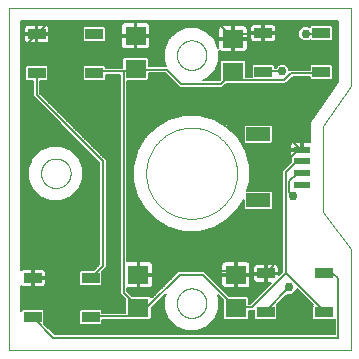
<source format=gtl>
G75*
%MOIN*%
%OFA0B0*%
%FSLAX25Y25*%
%IPPOS*%
%LPD*%
%AMOC8*
5,1,8,0,0,1.08239X$1,22.5*
%
%ADD10C,0.00000*%
%ADD11R,0.07874X0.04724*%
%ADD12R,0.05315X0.02362*%
%ADD13R,0.05906X0.03543*%
%ADD14R,0.07087X0.06299*%
%ADD15C,0.00600*%
%ADD16C,0.02978*%
D10*
X0001300Y0001300D02*
X0001300Y0115473D01*
X0115473Y0115473D01*
X0115473Y0089489D01*
X0106024Y0076103D01*
X0106024Y0047560D01*
X0115473Y0035158D01*
X0115473Y0001300D01*
X0001300Y0001300D01*
X0012127Y0060355D02*
X0012129Y0060495D01*
X0012135Y0060635D01*
X0012145Y0060774D01*
X0012159Y0060913D01*
X0012177Y0061052D01*
X0012198Y0061190D01*
X0012224Y0061328D01*
X0012254Y0061465D01*
X0012287Y0061600D01*
X0012325Y0061735D01*
X0012366Y0061869D01*
X0012411Y0062002D01*
X0012459Y0062133D01*
X0012512Y0062262D01*
X0012568Y0062391D01*
X0012627Y0062517D01*
X0012691Y0062642D01*
X0012757Y0062765D01*
X0012828Y0062886D01*
X0012901Y0063005D01*
X0012978Y0063122D01*
X0013059Y0063236D01*
X0013142Y0063348D01*
X0013229Y0063458D01*
X0013319Y0063566D01*
X0013411Y0063670D01*
X0013507Y0063772D01*
X0013606Y0063872D01*
X0013707Y0063968D01*
X0013811Y0064062D01*
X0013918Y0064152D01*
X0014027Y0064239D01*
X0014139Y0064324D01*
X0014253Y0064405D01*
X0014369Y0064483D01*
X0014487Y0064557D01*
X0014608Y0064628D01*
X0014730Y0064696D01*
X0014855Y0064760D01*
X0014981Y0064821D01*
X0015108Y0064878D01*
X0015238Y0064931D01*
X0015369Y0064981D01*
X0015501Y0065026D01*
X0015634Y0065069D01*
X0015769Y0065107D01*
X0015904Y0065141D01*
X0016041Y0065172D01*
X0016178Y0065199D01*
X0016316Y0065221D01*
X0016455Y0065240D01*
X0016594Y0065255D01*
X0016733Y0065266D01*
X0016873Y0065273D01*
X0017013Y0065276D01*
X0017153Y0065275D01*
X0017293Y0065270D01*
X0017432Y0065261D01*
X0017572Y0065248D01*
X0017711Y0065231D01*
X0017849Y0065210D01*
X0017987Y0065186D01*
X0018124Y0065157D01*
X0018260Y0065125D01*
X0018395Y0065088D01*
X0018529Y0065048D01*
X0018662Y0065004D01*
X0018793Y0064956D01*
X0018923Y0064905D01*
X0019052Y0064850D01*
X0019179Y0064791D01*
X0019304Y0064728D01*
X0019427Y0064663D01*
X0019549Y0064593D01*
X0019668Y0064520D01*
X0019786Y0064444D01*
X0019901Y0064365D01*
X0020014Y0064282D01*
X0020124Y0064196D01*
X0020232Y0064107D01*
X0020337Y0064015D01*
X0020440Y0063920D01*
X0020540Y0063822D01*
X0020637Y0063722D01*
X0020731Y0063618D01*
X0020823Y0063512D01*
X0020911Y0063404D01*
X0020996Y0063293D01*
X0021078Y0063179D01*
X0021157Y0063063D01*
X0021232Y0062946D01*
X0021304Y0062826D01*
X0021372Y0062704D01*
X0021437Y0062580D01*
X0021499Y0062454D01*
X0021557Y0062327D01*
X0021611Y0062198D01*
X0021662Y0062067D01*
X0021708Y0061935D01*
X0021751Y0061802D01*
X0021791Y0061668D01*
X0021826Y0061533D01*
X0021858Y0061396D01*
X0021885Y0061259D01*
X0021909Y0061121D01*
X0021929Y0060983D01*
X0021945Y0060844D01*
X0021957Y0060704D01*
X0021965Y0060565D01*
X0021969Y0060425D01*
X0021969Y0060285D01*
X0021965Y0060145D01*
X0021957Y0060006D01*
X0021945Y0059866D01*
X0021929Y0059727D01*
X0021909Y0059589D01*
X0021885Y0059451D01*
X0021858Y0059314D01*
X0021826Y0059177D01*
X0021791Y0059042D01*
X0021751Y0058908D01*
X0021708Y0058775D01*
X0021662Y0058643D01*
X0021611Y0058512D01*
X0021557Y0058383D01*
X0021499Y0058256D01*
X0021437Y0058130D01*
X0021372Y0058006D01*
X0021304Y0057884D01*
X0021232Y0057764D01*
X0021157Y0057647D01*
X0021078Y0057531D01*
X0020996Y0057417D01*
X0020911Y0057306D01*
X0020823Y0057198D01*
X0020731Y0057092D01*
X0020637Y0056988D01*
X0020540Y0056888D01*
X0020440Y0056790D01*
X0020337Y0056695D01*
X0020232Y0056603D01*
X0020124Y0056514D01*
X0020014Y0056428D01*
X0019901Y0056345D01*
X0019786Y0056266D01*
X0019668Y0056190D01*
X0019549Y0056117D01*
X0019427Y0056047D01*
X0019304Y0055982D01*
X0019179Y0055919D01*
X0019052Y0055860D01*
X0018923Y0055805D01*
X0018793Y0055754D01*
X0018662Y0055706D01*
X0018529Y0055662D01*
X0018395Y0055622D01*
X0018260Y0055585D01*
X0018124Y0055553D01*
X0017987Y0055524D01*
X0017849Y0055500D01*
X0017711Y0055479D01*
X0017572Y0055462D01*
X0017432Y0055449D01*
X0017293Y0055440D01*
X0017153Y0055435D01*
X0017013Y0055434D01*
X0016873Y0055437D01*
X0016733Y0055444D01*
X0016594Y0055455D01*
X0016455Y0055470D01*
X0016316Y0055489D01*
X0016178Y0055511D01*
X0016041Y0055538D01*
X0015904Y0055569D01*
X0015769Y0055603D01*
X0015634Y0055641D01*
X0015501Y0055684D01*
X0015369Y0055729D01*
X0015238Y0055779D01*
X0015108Y0055832D01*
X0014981Y0055889D01*
X0014855Y0055950D01*
X0014730Y0056014D01*
X0014608Y0056082D01*
X0014487Y0056153D01*
X0014369Y0056227D01*
X0014253Y0056305D01*
X0014139Y0056386D01*
X0014027Y0056471D01*
X0013918Y0056558D01*
X0013811Y0056648D01*
X0013707Y0056742D01*
X0013606Y0056838D01*
X0013507Y0056938D01*
X0013411Y0057040D01*
X0013319Y0057144D01*
X0013229Y0057252D01*
X0013142Y0057362D01*
X0013059Y0057474D01*
X0012978Y0057588D01*
X0012901Y0057705D01*
X0012828Y0057824D01*
X0012757Y0057945D01*
X0012691Y0058068D01*
X0012627Y0058193D01*
X0012568Y0058319D01*
X0012512Y0058448D01*
X0012459Y0058577D01*
X0012411Y0058708D01*
X0012366Y0058841D01*
X0012325Y0058975D01*
X0012287Y0059110D01*
X0012254Y0059245D01*
X0012224Y0059382D01*
X0012198Y0059520D01*
X0012177Y0059658D01*
X0012159Y0059797D01*
X0012145Y0059936D01*
X0012135Y0060075D01*
X0012129Y0060215D01*
X0012127Y0060355D01*
X0047167Y0060355D02*
X0047172Y0060727D01*
X0047185Y0061099D01*
X0047208Y0061470D01*
X0047240Y0061841D01*
X0047281Y0062210D01*
X0047331Y0062579D01*
X0047390Y0062946D01*
X0047458Y0063312D01*
X0047535Y0063676D01*
X0047621Y0064038D01*
X0047716Y0064398D01*
X0047820Y0064755D01*
X0047932Y0065109D01*
X0048053Y0065461D01*
X0048183Y0065810D01*
X0048321Y0066155D01*
X0048467Y0066497D01*
X0048622Y0066835D01*
X0048785Y0067170D01*
X0048957Y0067500D01*
X0049136Y0067826D01*
X0049323Y0068147D01*
X0049519Y0068464D01*
X0049721Y0068776D01*
X0049932Y0069083D01*
X0050150Y0069384D01*
X0050375Y0069680D01*
X0050607Y0069970D01*
X0050847Y0070255D01*
X0051093Y0070534D01*
X0051347Y0070806D01*
X0051606Y0071073D01*
X0051873Y0071332D01*
X0052145Y0071586D01*
X0052424Y0071832D01*
X0052709Y0072072D01*
X0052999Y0072304D01*
X0053295Y0072529D01*
X0053596Y0072747D01*
X0053903Y0072958D01*
X0054215Y0073160D01*
X0054532Y0073356D01*
X0054853Y0073543D01*
X0055179Y0073722D01*
X0055509Y0073894D01*
X0055844Y0074057D01*
X0056182Y0074212D01*
X0056524Y0074358D01*
X0056869Y0074496D01*
X0057218Y0074626D01*
X0057570Y0074747D01*
X0057924Y0074859D01*
X0058281Y0074963D01*
X0058641Y0075058D01*
X0059003Y0075144D01*
X0059367Y0075221D01*
X0059733Y0075289D01*
X0060100Y0075348D01*
X0060469Y0075398D01*
X0060838Y0075439D01*
X0061209Y0075471D01*
X0061580Y0075494D01*
X0061952Y0075507D01*
X0062324Y0075512D01*
X0062696Y0075507D01*
X0063068Y0075494D01*
X0063439Y0075471D01*
X0063810Y0075439D01*
X0064179Y0075398D01*
X0064548Y0075348D01*
X0064915Y0075289D01*
X0065281Y0075221D01*
X0065645Y0075144D01*
X0066007Y0075058D01*
X0066367Y0074963D01*
X0066724Y0074859D01*
X0067078Y0074747D01*
X0067430Y0074626D01*
X0067779Y0074496D01*
X0068124Y0074358D01*
X0068466Y0074212D01*
X0068804Y0074057D01*
X0069139Y0073894D01*
X0069469Y0073722D01*
X0069795Y0073543D01*
X0070116Y0073356D01*
X0070433Y0073160D01*
X0070745Y0072958D01*
X0071052Y0072747D01*
X0071353Y0072529D01*
X0071649Y0072304D01*
X0071939Y0072072D01*
X0072224Y0071832D01*
X0072503Y0071586D01*
X0072775Y0071332D01*
X0073042Y0071073D01*
X0073301Y0070806D01*
X0073555Y0070534D01*
X0073801Y0070255D01*
X0074041Y0069970D01*
X0074273Y0069680D01*
X0074498Y0069384D01*
X0074716Y0069083D01*
X0074927Y0068776D01*
X0075129Y0068464D01*
X0075325Y0068147D01*
X0075512Y0067826D01*
X0075691Y0067500D01*
X0075863Y0067170D01*
X0076026Y0066835D01*
X0076181Y0066497D01*
X0076327Y0066155D01*
X0076465Y0065810D01*
X0076595Y0065461D01*
X0076716Y0065109D01*
X0076828Y0064755D01*
X0076932Y0064398D01*
X0077027Y0064038D01*
X0077113Y0063676D01*
X0077190Y0063312D01*
X0077258Y0062946D01*
X0077317Y0062579D01*
X0077367Y0062210D01*
X0077408Y0061841D01*
X0077440Y0061470D01*
X0077463Y0061099D01*
X0077476Y0060727D01*
X0077481Y0060355D01*
X0077476Y0059983D01*
X0077463Y0059611D01*
X0077440Y0059240D01*
X0077408Y0058869D01*
X0077367Y0058500D01*
X0077317Y0058131D01*
X0077258Y0057764D01*
X0077190Y0057398D01*
X0077113Y0057034D01*
X0077027Y0056672D01*
X0076932Y0056312D01*
X0076828Y0055955D01*
X0076716Y0055601D01*
X0076595Y0055249D01*
X0076465Y0054900D01*
X0076327Y0054555D01*
X0076181Y0054213D01*
X0076026Y0053875D01*
X0075863Y0053540D01*
X0075691Y0053210D01*
X0075512Y0052884D01*
X0075325Y0052563D01*
X0075129Y0052246D01*
X0074927Y0051934D01*
X0074716Y0051627D01*
X0074498Y0051326D01*
X0074273Y0051030D01*
X0074041Y0050740D01*
X0073801Y0050455D01*
X0073555Y0050176D01*
X0073301Y0049904D01*
X0073042Y0049637D01*
X0072775Y0049378D01*
X0072503Y0049124D01*
X0072224Y0048878D01*
X0071939Y0048638D01*
X0071649Y0048406D01*
X0071353Y0048181D01*
X0071052Y0047963D01*
X0070745Y0047752D01*
X0070433Y0047550D01*
X0070116Y0047354D01*
X0069795Y0047167D01*
X0069469Y0046988D01*
X0069139Y0046816D01*
X0068804Y0046653D01*
X0068466Y0046498D01*
X0068124Y0046352D01*
X0067779Y0046214D01*
X0067430Y0046084D01*
X0067078Y0045963D01*
X0066724Y0045851D01*
X0066367Y0045747D01*
X0066007Y0045652D01*
X0065645Y0045566D01*
X0065281Y0045489D01*
X0064915Y0045421D01*
X0064548Y0045362D01*
X0064179Y0045312D01*
X0063810Y0045271D01*
X0063439Y0045239D01*
X0063068Y0045216D01*
X0062696Y0045203D01*
X0062324Y0045198D01*
X0061952Y0045203D01*
X0061580Y0045216D01*
X0061209Y0045239D01*
X0060838Y0045271D01*
X0060469Y0045312D01*
X0060100Y0045362D01*
X0059733Y0045421D01*
X0059367Y0045489D01*
X0059003Y0045566D01*
X0058641Y0045652D01*
X0058281Y0045747D01*
X0057924Y0045851D01*
X0057570Y0045963D01*
X0057218Y0046084D01*
X0056869Y0046214D01*
X0056524Y0046352D01*
X0056182Y0046498D01*
X0055844Y0046653D01*
X0055509Y0046816D01*
X0055179Y0046988D01*
X0054853Y0047167D01*
X0054532Y0047354D01*
X0054215Y0047550D01*
X0053903Y0047752D01*
X0053596Y0047963D01*
X0053295Y0048181D01*
X0052999Y0048406D01*
X0052709Y0048638D01*
X0052424Y0048878D01*
X0052145Y0049124D01*
X0051873Y0049378D01*
X0051606Y0049637D01*
X0051347Y0049904D01*
X0051093Y0050176D01*
X0050847Y0050455D01*
X0050607Y0050740D01*
X0050375Y0051030D01*
X0050150Y0051326D01*
X0049932Y0051627D01*
X0049721Y0051934D01*
X0049519Y0052246D01*
X0049323Y0052563D01*
X0049136Y0052884D01*
X0048957Y0053210D01*
X0048785Y0053540D01*
X0048622Y0053875D01*
X0048467Y0054213D01*
X0048321Y0054555D01*
X0048183Y0054900D01*
X0048053Y0055249D01*
X0047932Y0055601D01*
X0047820Y0055955D01*
X0047716Y0056312D01*
X0047621Y0056672D01*
X0047535Y0057034D01*
X0047458Y0057398D01*
X0047390Y0057764D01*
X0047331Y0058131D01*
X0047281Y0058500D01*
X0047240Y0058869D01*
X0047208Y0059240D01*
X0047185Y0059611D01*
X0047172Y0059983D01*
X0047167Y0060355D01*
X0057403Y0099725D02*
X0057405Y0099865D01*
X0057411Y0100005D01*
X0057421Y0100144D01*
X0057435Y0100283D01*
X0057453Y0100422D01*
X0057474Y0100560D01*
X0057500Y0100698D01*
X0057530Y0100835D01*
X0057563Y0100970D01*
X0057601Y0101105D01*
X0057642Y0101239D01*
X0057687Y0101372D01*
X0057735Y0101503D01*
X0057788Y0101632D01*
X0057844Y0101761D01*
X0057903Y0101887D01*
X0057967Y0102012D01*
X0058033Y0102135D01*
X0058104Y0102256D01*
X0058177Y0102375D01*
X0058254Y0102492D01*
X0058335Y0102606D01*
X0058418Y0102718D01*
X0058505Y0102828D01*
X0058595Y0102936D01*
X0058687Y0103040D01*
X0058783Y0103142D01*
X0058882Y0103242D01*
X0058983Y0103338D01*
X0059087Y0103432D01*
X0059194Y0103522D01*
X0059303Y0103609D01*
X0059415Y0103694D01*
X0059529Y0103775D01*
X0059645Y0103853D01*
X0059763Y0103927D01*
X0059884Y0103998D01*
X0060006Y0104066D01*
X0060131Y0104130D01*
X0060257Y0104191D01*
X0060384Y0104248D01*
X0060514Y0104301D01*
X0060645Y0104351D01*
X0060777Y0104396D01*
X0060910Y0104439D01*
X0061045Y0104477D01*
X0061180Y0104511D01*
X0061317Y0104542D01*
X0061454Y0104569D01*
X0061592Y0104591D01*
X0061731Y0104610D01*
X0061870Y0104625D01*
X0062009Y0104636D01*
X0062149Y0104643D01*
X0062289Y0104646D01*
X0062429Y0104645D01*
X0062569Y0104640D01*
X0062708Y0104631D01*
X0062848Y0104618D01*
X0062987Y0104601D01*
X0063125Y0104580D01*
X0063263Y0104556D01*
X0063400Y0104527D01*
X0063536Y0104495D01*
X0063671Y0104458D01*
X0063805Y0104418D01*
X0063938Y0104374D01*
X0064069Y0104326D01*
X0064199Y0104275D01*
X0064328Y0104220D01*
X0064455Y0104161D01*
X0064580Y0104098D01*
X0064703Y0104033D01*
X0064825Y0103963D01*
X0064944Y0103890D01*
X0065062Y0103814D01*
X0065177Y0103735D01*
X0065290Y0103652D01*
X0065400Y0103566D01*
X0065508Y0103477D01*
X0065613Y0103385D01*
X0065716Y0103290D01*
X0065816Y0103192D01*
X0065913Y0103092D01*
X0066007Y0102988D01*
X0066099Y0102882D01*
X0066187Y0102774D01*
X0066272Y0102663D01*
X0066354Y0102549D01*
X0066433Y0102433D01*
X0066508Y0102316D01*
X0066580Y0102196D01*
X0066648Y0102074D01*
X0066713Y0101950D01*
X0066775Y0101824D01*
X0066833Y0101697D01*
X0066887Y0101568D01*
X0066938Y0101437D01*
X0066984Y0101305D01*
X0067027Y0101172D01*
X0067067Y0101038D01*
X0067102Y0100903D01*
X0067134Y0100766D01*
X0067161Y0100629D01*
X0067185Y0100491D01*
X0067205Y0100353D01*
X0067221Y0100214D01*
X0067233Y0100074D01*
X0067241Y0099935D01*
X0067245Y0099795D01*
X0067245Y0099655D01*
X0067241Y0099515D01*
X0067233Y0099376D01*
X0067221Y0099236D01*
X0067205Y0099097D01*
X0067185Y0098959D01*
X0067161Y0098821D01*
X0067134Y0098684D01*
X0067102Y0098547D01*
X0067067Y0098412D01*
X0067027Y0098278D01*
X0066984Y0098145D01*
X0066938Y0098013D01*
X0066887Y0097882D01*
X0066833Y0097753D01*
X0066775Y0097626D01*
X0066713Y0097500D01*
X0066648Y0097376D01*
X0066580Y0097254D01*
X0066508Y0097134D01*
X0066433Y0097017D01*
X0066354Y0096901D01*
X0066272Y0096787D01*
X0066187Y0096676D01*
X0066099Y0096568D01*
X0066007Y0096462D01*
X0065913Y0096358D01*
X0065816Y0096258D01*
X0065716Y0096160D01*
X0065613Y0096065D01*
X0065508Y0095973D01*
X0065400Y0095884D01*
X0065290Y0095798D01*
X0065177Y0095715D01*
X0065062Y0095636D01*
X0064944Y0095560D01*
X0064825Y0095487D01*
X0064703Y0095417D01*
X0064580Y0095352D01*
X0064455Y0095289D01*
X0064328Y0095230D01*
X0064199Y0095175D01*
X0064069Y0095124D01*
X0063938Y0095076D01*
X0063805Y0095032D01*
X0063671Y0094992D01*
X0063536Y0094955D01*
X0063400Y0094923D01*
X0063263Y0094894D01*
X0063125Y0094870D01*
X0062987Y0094849D01*
X0062848Y0094832D01*
X0062708Y0094819D01*
X0062569Y0094810D01*
X0062429Y0094805D01*
X0062289Y0094804D01*
X0062149Y0094807D01*
X0062009Y0094814D01*
X0061870Y0094825D01*
X0061731Y0094840D01*
X0061592Y0094859D01*
X0061454Y0094881D01*
X0061317Y0094908D01*
X0061180Y0094939D01*
X0061045Y0094973D01*
X0060910Y0095011D01*
X0060777Y0095054D01*
X0060645Y0095099D01*
X0060514Y0095149D01*
X0060384Y0095202D01*
X0060257Y0095259D01*
X0060131Y0095320D01*
X0060006Y0095384D01*
X0059884Y0095452D01*
X0059763Y0095523D01*
X0059645Y0095597D01*
X0059529Y0095675D01*
X0059415Y0095756D01*
X0059303Y0095841D01*
X0059194Y0095928D01*
X0059087Y0096018D01*
X0058983Y0096112D01*
X0058882Y0096208D01*
X0058783Y0096308D01*
X0058687Y0096410D01*
X0058595Y0096514D01*
X0058505Y0096622D01*
X0058418Y0096732D01*
X0058335Y0096844D01*
X0058254Y0096958D01*
X0058177Y0097075D01*
X0058104Y0097194D01*
X0058033Y0097315D01*
X0057967Y0097438D01*
X0057903Y0097563D01*
X0057844Y0097689D01*
X0057788Y0097818D01*
X0057735Y0097947D01*
X0057687Y0098078D01*
X0057642Y0098211D01*
X0057601Y0098345D01*
X0057563Y0098480D01*
X0057530Y0098615D01*
X0057500Y0098752D01*
X0057474Y0098890D01*
X0057453Y0099028D01*
X0057435Y0099167D01*
X0057421Y0099306D01*
X0057411Y0099445D01*
X0057405Y0099585D01*
X0057403Y0099725D01*
X0057403Y0017048D02*
X0057405Y0017188D01*
X0057411Y0017328D01*
X0057421Y0017467D01*
X0057435Y0017606D01*
X0057453Y0017745D01*
X0057474Y0017883D01*
X0057500Y0018021D01*
X0057530Y0018158D01*
X0057563Y0018293D01*
X0057601Y0018428D01*
X0057642Y0018562D01*
X0057687Y0018695D01*
X0057735Y0018826D01*
X0057788Y0018955D01*
X0057844Y0019084D01*
X0057903Y0019210D01*
X0057967Y0019335D01*
X0058033Y0019458D01*
X0058104Y0019579D01*
X0058177Y0019698D01*
X0058254Y0019815D01*
X0058335Y0019929D01*
X0058418Y0020041D01*
X0058505Y0020151D01*
X0058595Y0020259D01*
X0058687Y0020363D01*
X0058783Y0020465D01*
X0058882Y0020565D01*
X0058983Y0020661D01*
X0059087Y0020755D01*
X0059194Y0020845D01*
X0059303Y0020932D01*
X0059415Y0021017D01*
X0059529Y0021098D01*
X0059645Y0021176D01*
X0059763Y0021250D01*
X0059884Y0021321D01*
X0060006Y0021389D01*
X0060131Y0021453D01*
X0060257Y0021514D01*
X0060384Y0021571D01*
X0060514Y0021624D01*
X0060645Y0021674D01*
X0060777Y0021719D01*
X0060910Y0021762D01*
X0061045Y0021800D01*
X0061180Y0021834D01*
X0061317Y0021865D01*
X0061454Y0021892D01*
X0061592Y0021914D01*
X0061731Y0021933D01*
X0061870Y0021948D01*
X0062009Y0021959D01*
X0062149Y0021966D01*
X0062289Y0021969D01*
X0062429Y0021968D01*
X0062569Y0021963D01*
X0062708Y0021954D01*
X0062848Y0021941D01*
X0062987Y0021924D01*
X0063125Y0021903D01*
X0063263Y0021879D01*
X0063400Y0021850D01*
X0063536Y0021818D01*
X0063671Y0021781D01*
X0063805Y0021741D01*
X0063938Y0021697D01*
X0064069Y0021649D01*
X0064199Y0021598D01*
X0064328Y0021543D01*
X0064455Y0021484D01*
X0064580Y0021421D01*
X0064703Y0021356D01*
X0064825Y0021286D01*
X0064944Y0021213D01*
X0065062Y0021137D01*
X0065177Y0021058D01*
X0065290Y0020975D01*
X0065400Y0020889D01*
X0065508Y0020800D01*
X0065613Y0020708D01*
X0065716Y0020613D01*
X0065816Y0020515D01*
X0065913Y0020415D01*
X0066007Y0020311D01*
X0066099Y0020205D01*
X0066187Y0020097D01*
X0066272Y0019986D01*
X0066354Y0019872D01*
X0066433Y0019756D01*
X0066508Y0019639D01*
X0066580Y0019519D01*
X0066648Y0019397D01*
X0066713Y0019273D01*
X0066775Y0019147D01*
X0066833Y0019020D01*
X0066887Y0018891D01*
X0066938Y0018760D01*
X0066984Y0018628D01*
X0067027Y0018495D01*
X0067067Y0018361D01*
X0067102Y0018226D01*
X0067134Y0018089D01*
X0067161Y0017952D01*
X0067185Y0017814D01*
X0067205Y0017676D01*
X0067221Y0017537D01*
X0067233Y0017397D01*
X0067241Y0017258D01*
X0067245Y0017118D01*
X0067245Y0016978D01*
X0067241Y0016838D01*
X0067233Y0016699D01*
X0067221Y0016559D01*
X0067205Y0016420D01*
X0067185Y0016282D01*
X0067161Y0016144D01*
X0067134Y0016007D01*
X0067102Y0015870D01*
X0067067Y0015735D01*
X0067027Y0015601D01*
X0066984Y0015468D01*
X0066938Y0015336D01*
X0066887Y0015205D01*
X0066833Y0015076D01*
X0066775Y0014949D01*
X0066713Y0014823D01*
X0066648Y0014699D01*
X0066580Y0014577D01*
X0066508Y0014457D01*
X0066433Y0014340D01*
X0066354Y0014224D01*
X0066272Y0014110D01*
X0066187Y0013999D01*
X0066099Y0013891D01*
X0066007Y0013785D01*
X0065913Y0013681D01*
X0065816Y0013581D01*
X0065716Y0013483D01*
X0065613Y0013388D01*
X0065508Y0013296D01*
X0065400Y0013207D01*
X0065290Y0013121D01*
X0065177Y0013038D01*
X0065062Y0012959D01*
X0064944Y0012883D01*
X0064825Y0012810D01*
X0064703Y0012740D01*
X0064580Y0012675D01*
X0064455Y0012612D01*
X0064328Y0012553D01*
X0064199Y0012498D01*
X0064069Y0012447D01*
X0063938Y0012399D01*
X0063805Y0012355D01*
X0063671Y0012315D01*
X0063536Y0012278D01*
X0063400Y0012246D01*
X0063263Y0012217D01*
X0063125Y0012193D01*
X0062987Y0012172D01*
X0062848Y0012155D01*
X0062708Y0012142D01*
X0062569Y0012133D01*
X0062429Y0012128D01*
X0062289Y0012127D01*
X0062149Y0012130D01*
X0062009Y0012137D01*
X0061870Y0012148D01*
X0061731Y0012163D01*
X0061592Y0012182D01*
X0061454Y0012204D01*
X0061317Y0012231D01*
X0061180Y0012262D01*
X0061045Y0012296D01*
X0060910Y0012334D01*
X0060777Y0012377D01*
X0060645Y0012422D01*
X0060514Y0012472D01*
X0060384Y0012525D01*
X0060257Y0012582D01*
X0060131Y0012643D01*
X0060006Y0012707D01*
X0059884Y0012775D01*
X0059763Y0012846D01*
X0059645Y0012920D01*
X0059529Y0012998D01*
X0059415Y0013079D01*
X0059303Y0013164D01*
X0059194Y0013251D01*
X0059087Y0013341D01*
X0058983Y0013435D01*
X0058882Y0013531D01*
X0058783Y0013631D01*
X0058687Y0013733D01*
X0058595Y0013837D01*
X0058505Y0013945D01*
X0058418Y0014055D01*
X0058335Y0014167D01*
X0058254Y0014281D01*
X0058177Y0014398D01*
X0058104Y0014517D01*
X0058033Y0014638D01*
X0057967Y0014761D01*
X0057903Y0014886D01*
X0057844Y0015012D01*
X0057788Y0015141D01*
X0057735Y0015270D01*
X0057687Y0015401D01*
X0057642Y0015534D01*
X0057601Y0015668D01*
X0057563Y0015803D01*
X0057530Y0015938D01*
X0057500Y0016075D01*
X0057474Y0016213D01*
X0057453Y0016351D01*
X0057435Y0016490D01*
X0057421Y0016629D01*
X0057411Y0016768D01*
X0057405Y0016908D01*
X0057403Y0017048D01*
D11*
X0084548Y0051300D03*
X0084548Y0073347D03*
D12*
X0099017Y0068229D03*
X0099017Y0064292D03*
X0099017Y0060355D03*
X0099017Y0056418D03*
D13*
X0106339Y0026969D03*
X0106339Y0013977D03*
X0087048Y0013977D03*
X0087048Y0026969D03*
X0028702Y0025394D03*
X0028702Y0012402D03*
X0009410Y0012402D03*
X0009410Y0025394D03*
X0010631Y0093702D03*
X0010631Y0106694D03*
X0029922Y0106694D03*
X0029922Y0093702D03*
X0086182Y0094056D03*
X0086182Y0107048D03*
X0105473Y0107048D03*
X0105473Y0094056D03*
D14*
X0076103Y0094213D03*
X0076103Y0105237D03*
X0043623Y0106221D03*
X0043623Y0095198D03*
X0044607Y0026497D03*
X0044607Y0015473D03*
X0077087Y0015473D03*
X0077087Y0026497D03*
D15*
X0077500Y0026500D01*
X0086500Y0026500D01*
X0087048Y0026969D01*
X0087100Y0027100D01*
X0089500Y0029500D01*
X0089500Y0060100D01*
X0097300Y0067900D01*
X0098500Y0067900D01*
X0099017Y0068229D01*
X0098500Y0068500D01*
X0090700Y0076300D01*
X0089385Y0076082D02*
X0088858Y0076609D01*
X0080238Y0076609D01*
X0079711Y0076082D01*
X0079711Y0070612D01*
X0080238Y0070085D01*
X0088858Y0070085D01*
X0089385Y0070612D01*
X0089385Y0076082D01*
X0089353Y0076114D02*
X0101659Y0076114D01*
X0101642Y0076215D02*
X0101724Y0075735D01*
X0101724Y0070710D01*
X0099307Y0070710D01*
X0099307Y0068520D01*
X0098726Y0068520D01*
X0098726Y0070710D01*
X0096188Y0070710D01*
X0095857Y0070622D01*
X0095561Y0070450D01*
X0095319Y0070208D01*
X0095148Y0069912D01*
X0095059Y0069581D01*
X0095059Y0068520D01*
X0098726Y0068520D01*
X0098726Y0067939D01*
X0095059Y0067939D01*
X0095059Y0066877D01*
X0095148Y0066546D01*
X0095319Y0066250D01*
X0095561Y0066008D01*
X0095599Y0065986D01*
X0095459Y0065846D01*
X0095459Y0064156D01*
X0093203Y0061900D01*
X0092500Y0061197D01*
X0092500Y0027597D01*
X0091301Y0026398D01*
X0091301Y0026669D01*
X0087348Y0026669D01*
X0087348Y0023898D01*
X0088801Y0023898D01*
X0081803Y0016900D01*
X0081531Y0016900D01*
X0081531Y0018996D01*
X0081003Y0019523D01*
X0074774Y0019523D01*
X0066597Y0027700D01*
X0057803Y0027700D01*
X0057100Y0026997D01*
X0049050Y0018947D01*
X0049050Y0018996D01*
X0048523Y0019523D01*
X0042374Y0019523D01*
X0040900Y0020997D01*
X0040900Y0022047D01*
X0044307Y0022047D01*
X0044307Y0026197D01*
X0044907Y0026197D01*
X0044907Y0026797D01*
X0044307Y0026797D01*
X0044307Y0030946D01*
X0040900Y0030946D01*
X0040900Y0091148D01*
X0047539Y0091148D01*
X0048066Y0091675D01*
X0055628Y0091675D01*
X0056226Y0091077D02*
X0040900Y0091077D01*
X0040900Y0090478D02*
X0056825Y0090478D01*
X0057423Y0089880D02*
X0040900Y0089880D01*
X0040900Y0089281D02*
X0058022Y0089281D01*
X0057700Y0089603D02*
X0058403Y0088900D01*
X0072597Y0088900D01*
X0073861Y0090164D01*
X0078139Y0090164D01*
X0078203Y0090100D01*
X0093597Y0090100D01*
X0094300Y0090803D01*
X0095997Y0092500D01*
X0101620Y0092500D01*
X0101620Y0091911D01*
X0102148Y0091384D01*
X0108799Y0091384D01*
X0109326Y0091911D01*
X0109326Y0096200D01*
X0108799Y0096728D01*
X0102148Y0096728D01*
X0101620Y0096200D01*
X0101620Y0094900D01*
X0095003Y0094900D01*
X0094889Y0094786D01*
X0094889Y0095290D01*
X0093490Y0096689D01*
X0091510Y0096689D01*
X0090321Y0095500D01*
X0090035Y0095500D01*
X0090035Y0096200D01*
X0089507Y0096728D01*
X0082856Y0096728D01*
X0082329Y0096200D01*
X0082329Y0092500D01*
X0080546Y0092500D01*
X0080546Y0097736D01*
X0080019Y0098263D01*
X0072187Y0098263D01*
X0071660Y0097736D01*
X0071660Y0091357D01*
X0071603Y0091300D01*
X0066080Y0091300D01*
X0067547Y0091908D01*
X0070141Y0094502D01*
X0071545Y0097891D01*
X0071545Y0101264D01*
X0071762Y0101047D01*
X0072058Y0100876D01*
X0072389Y0100787D01*
X0075803Y0100787D01*
X0075803Y0104937D01*
X0071260Y0104937D01*
X0071260Y0102248D01*
X0070141Y0104949D01*
X0067547Y0107543D01*
X0064158Y0108946D01*
X0060489Y0108946D01*
X0057100Y0107543D01*
X0054506Y0104949D01*
X0053102Y0101559D01*
X0053102Y0097891D01*
X0053844Y0096100D01*
X0048066Y0096100D01*
X0048066Y0098720D01*
X0047539Y0099247D01*
X0039707Y0099247D01*
X0039180Y0098720D01*
X0039180Y0095500D01*
X0033775Y0095500D01*
X0033775Y0095846D01*
X0033248Y0096373D01*
X0026596Y0096373D01*
X0026069Y0095846D01*
X0026069Y0091557D01*
X0026596Y0091030D01*
X0033248Y0091030D01*
X0033775Y0091557D01*
X0033775Y0093100D01*
X0038500Y0093100D01*
X0038500Y0020003D01*
X0040164Y0018339D01*
X0040164Y0013900D01*
X0032554Y0013900D01*
X0032554Y0014547D01*
X0032027Y0015074D01*
X0025376Y0015074D01*
X0024849Y0014547D01*
X0024849Y0010258D01*
X0025376Y0009731D01*
X0032027Y0009731D01*
X0032554Y0010258D01*
X0032554Y0011500D01*
X0040615Y0011500D01*
X0040691Y0011424D01*
X0048523Y0011424D01*
X0049050Y0011951D01*
X0049050Y0015553D01*
X0053614Y0020117D01*
X0053102Y0018882D01*
X0053102Y0015214D01*
X0054506Y0011825D01*
X0057100Y0009231D01*
X0060489Y0007827D01*
X0064158Y0007827D01*
X0067547Y0009231D01*
X0070141Y0011825D01*
X0071545Y0015214D01*
X0071545Y0018882D01*
X0071208Y0019695D01*
X0072644Y0018259D01*
X0072644Y0011951D01*
X0073171Y0011424D01*
X0081003Y0011424D01*
X0081531Y0011951D01*
X0081531Y0014500D01*
X0082797Y0014500D01*
X0083195Y0014898D01*
X0083195Y0011833D01*
X0083722Y0011306D01*
X0090374Y0011306D01*
X0090901Y0011833D01*
X0090901Y0016122D01*
X0090660Y0016363D01*
X0094208Y0019911D01*
X0095890Y0019911D01*
X0097289Y0021310D01*
X0097289Y0021814D01*
X0102734Y0016369D01*
X0102487Y0016122D01*
X0102487Y0011833D01*
X0103014Y0011306D01*
X0109665Y0011306D01*
X0109973Y0011614D01*
X0109973Y0006800D01*
X0016710Y0006800D01*
X0013257Y0010252D01*
X0013263Y0010258D01*
X0013263Y0014547D01*
X0012736Y0015074D01*
X0006085Y0015074D01*
X0005600Y0014589D01*
X0005600Y0022642D01*
X0005659Y0022583D01*
X0005956Y0022411D01*
X0006286Y0022323D01*
X0009110Y0022323D01*
X0009110Y0025094D01*
X0009710Y0025094D01*
X0009710Y0022323D01*
X0012534Y0022323D01*
X0012865Y0022411D01*
X0013161Y0022583D01*
X0013403Y0022825D01*
X0013574Y0023121D01*
X0013663Y0023452D01*
X0013663Y0025095D01*
X0009710Y0025095D01*
X0009710Y0025694D01*
X0013663Y0025694D01*
X0013663Y0027337D01*
X0013574Y0027668D01*
X0013403Y0027964D01*
X0013161Y0028206D01*
X0012865Y0028378D01*
X0012534Y0028466D01*
X0009710Y0028466D01*
X0009710Y0025695D01*
X0009110Y0025695D01*
X0009110Y0028466D01*
X0006286Y0028466D01*
X0005956Y0028378D01*
X0005659Y0028206D01*
X0005600Y0028147D01*
X0005600Y0111173D01*
X0111173Y0111173D01*
X0111173Y0090854D01*
X0102724Y0078883D01*
X0102379Y0078539D01*
X0102235Y0078191D01*
X0102018Y0077884D01*
X0101911Y0077409D01*
X0101724Y0076958D01*
X0101724Y0076582D01*
X0101642Y0076215D01*
X0101724Y0076712D02*
X0072907Y0076712D01*
X0073944Y0076114D02*
X0079743Y0076114D01*
X0079711Y0075515D02*
X0074680Y0075515D01*
X0074271Y0075925D02*
X0069834Y0078487D01*
X0064885Y0079813D01*
X0059762Y0079813D01*
X0054813Y0078487D01*
X0050376Y0075925D01*
X0046754Y0072302D01*
X0044192Y0067865D01*
X0042866Y0062917D01*
X0042866Y0057793D01*
X0044192Y0052845D01*
X0046754Y0048408D01*
X0050376Y0044785D01*
X0054813Y0042224D01*
X0059762Y0040898D01*
X0064885Y0040898D01*
X0069834Y0042224D01*
X0074271Y0044785D01*
X0077893Y0048408D01*
X0079711Y0051556D01*
X0079711Y0048565D01*
X0080238Y0048038D01*
X0088858Y0048038D01*
X0089385Y0048565D01*
X0089385Y0054035D01*
X0088858Y0054562D01*
X0080915Y0054562D01*
X0081781Y0057793D01*
X0081781Y0062917D01*
X0080455Y0067865D01*
X0077893Y0072302D01*
X0074271Y0075925D01*
X0075279Y0074917D02*
X0079711Y0074917D01*
X0079711Y0074318D02*
X0075877Y0074318D01*
X0076476Y0073720D02*
X0079711Y0073720D01*
X0079711Y0073121D02*
X0077074Y0073121D01*
X0077673Y0072523D02*
X0079711Y0072523D01*
X0079711Y0071924D02*
X0078112Y0071924D01*
X0078457Y0071326D02*
X0079711Y0071326D01*
X0079711Y0070727D02*
X0078803Y0070727D01*
X0079148Y0070129D02*
X0080194Y0070129D01*
X0079494Y0069530D02*
X0095059Y0069530D01*
X0095059Y0068932D02*
X0079839Y0068932D01*
X0080185Y0068333D02*
X0098726Y0068333D01*
X0098726Y0068932D02*
X0099307Y0068932D01*
X0099307Y0069530D02*
X0098726Y0069530D01*
X0098726Y0070129D02*
X0099307Y0070129D01*
X0101724Y0070727D02*
X0089385Y0070727D01*
X0089385Y0071326D02*
X0101724Y0071326D01*
X0101724Y0071924D02*
X0089385Y0071924D01*
X0089385Y0072523D02*
X0101724Y0072523D01*
X0101724Y0073121D02*
X0089385Y0073121D01*
X0089385Y0073720D02*
X0101724Y0073720D01*
X0101724Y0074318D02*
X0089385Y0074318D01*
X0089385Y0074917D02*
X0101724Y0074917D01*
X0101724Y0075515D02*
X0089385Y0075515D01*
X0088902Y0070129D02*
X0095273Y0070129D01*
X0095059Y0067735D02*
X0080490Y0067735D01*
X0080650Y0067136D02*
X0095059Y0067136D01*
X0095153Y0066538D02*
X0080811Y0066538D01*
X0080971Y0065939D02*
X0095552Y0065939D01*
X0095459Y0065341D02*
X0081132Y0065341D01*
X0081292Y0064742D02*
X0095459Y0064742D01*
X0095447Y0064144D02*
X0081452Y0064144D01*
X0081613Y0063545D02*
X0094848Y0063545D01*
X0094250Y0062947D02*
X0081773Y0062947D01*
X0081781Y0062348D02*
X0093651Y0062348D01*
X0093053Y0061750D02*
X0081781Y0061750D01*
X0081781Y0061151D02*
X0092500Y0061151D01*
X0092500Y0060553D02*
X0081781Y0060553D01*
X0081781Y0059954D02*
X0092500Y0059954D01*
X0092500Y0059356D02*
X0081781Y0059356D01*
X0081781Y0058757D02*
X0092500Y0058757D01*
X0092500Y0058159D02*
X0081781Y0058159D01*
X0081719Y0057560D02*
X0092500Y0057560D01*
X0092500Y0056962D02*
X0081558Y0056962D01*
X0081398Y0056363D02*
X0092500Y0056363D01*
X0092500Y0055765D02*
X0081237Y0055765D01*
X0081077Y0055166D02*
X0092500Y0055166D01*
X0092500Y0054568D02*
X0080917Y0054568D01*
X0079711Y0050976D02*
X0079376Y0050976D01*
X0079711Y0050378D02*
X0079031Y0050378D01*
X0078685Y0049779D02*
X0079711Y0049779D01*
X0079711Y0049181D02*
X0078340Y0049181D01*
X0077994Y0048582D02*
X0079711Y0048582D01*
X0077469Y0047984D02*
X0092500Y0047984D01*
X0092500Y0048582D02*
X0089385Y0048582D01*
X0089385Y0049181D02*
X0092500Y0049181D01*
X0092500Y0049779D02*
X0089385Y0049779D01*
X0089385Y0050378D02*
X0092500Y0050378D01*
X0092500Y0050976D02*
X0089385Y0050976D01*
X0089385Y0051575D02*
X0092500Y0051575D01*
X0092500Y0052173D02*
X0089385Y0052173D01*
X0089385Y0052772D02*
X0092500Y0052772D01*
X0092500Y0053370D02*
X0089385Y0053370D01*
X0089385Y0053969D02*
X0092500Y0053969D01*
X0094900Y0054100D02*
X0096100Y0052900D01*
X0094900Y0054100D02*
X0094900Y0057700D01*
X0097300Y0060100D01*
X0098500Y0060100D01*
X0099017Y0060355D01*
X0098500Y0063700D02*
X0096700Y0063700D01*
X0093700Y0060700D01*
X0093700Y0027100D01*
X0082300Y0015700D01*
X0077500Y0015700D01*
X0077087Y0015473D01*
X0076900Y0015700D01*
X0066100Y0026500D01*
X0058300Y0026500D01*
X0047500Y0015700D01*
X0045100Y0015700D01*
X0044607Y0015473D01*
X0044500Y0015700D01*
X0039700Y0020500D01*
X0039700Y0094300D01*
X0030100Y0094300D01*
X0029922Y0093702D01*
X0026069Y0093471D02*
X0014483Y0093471D01*
X0014483Y0094069D02*
X0026069Y0094069D01*
X0026069Y0094668D02*
X0014483Y0094668D01*
X0014483Y0095266D02*
X0026069Y0095266D01*
X0026088Y0095865D02*
X0014465Y0095865D01*
X0014483Y0095846D02*
X0013956Y0096373D01*
X0007305Y0096373D01*
X0006778Y0095846D01*
X0006778Y0091557D01*
X0007305Y0091030D01*
X0009431Y0091030D01*
X0009431Y0085960D01*
X0031596Y0063795D01*
X0031596Y0029986D01*
X0029676Y0028066D01*
X0025376Y0028066D01*
X0024849Y0027539D01*
X0024849Y0023250D01*
X0025376Y0022723D01*
X0032027Y0022723D01*
X0032554Y0023250D01*
X0032554Y0027539D01*
X0032549Y0027545D01*
X0033996Y0028992D01*
X0033996Y0064789D01*
X0033293Y0065492D01*
X0011831Y0086955D01*
X0011831Y0091030D01*
X0013956Y0091030D01*
X0014483Y0091557D01*
X0014483Y0095846D01*
X0014483Y0092872D02*
X0026069Y0092872D01*
X0026069Y0092274D02*
X0014483Y0092274D01*
X0014483Y0091675D02*
X0026069Y0091675D01*
X0026550Y0091077D02*
X0014003Y0091077D01*
X0011831Y0090478D02*
X0038500Y0090478D01*
X0038500Y0089880D02*
X0011831Y0089880D01*
X0011831Y0089281D02*
X0038500Y0089281D01*
X0038500Y0088683D02*
X0011831Y0088683D01*
X0011831Y0088084D02*
X0038500Y0088084D01*
X0038500Y0087486D02*
X0011831Y0087486D01*
X0011898Y0086887D02*
X0038500Y0086887D01*
X0038500Y0086289D02*
X0012497Y0086289D01*
X0013095Y0085690D02*
X0038500Y0085690D01*
X0038500Y0085092D02*
X0013694Y0085092D01*
X0014292Y0084493D02*
X0038500Y0084493D01*
X0038500Y0083895D02*
X0014891Y0083895D01*
X0015489Y0083296D02*
X0038500Y0083296D01*
X0038500Y0082698D02*
X0016088Y0082698D01*
X0016686Y0082099D02*
X0038500Y0082099D01*
X0038500Y0081501D02*
X0017285Y0081501D01*
X0017883Y0080902D02*
X0038500Y0080902D01*
X0038500Y0080303D02*
X0018482Y0080303D01*
X0019080Y0079705D02*
X0038500Y0079705D01*
X0038500Y0079106D02*
X0019679Y0079106D01*
X0020277Y0078508D02*
X0038500Y0078508D01*
X0038500Y0077909D02*
X0020876Y0077909D01*
X0021474Y0077311D02*
X0038500Y0077311D01*
X0038500Y0076712D02*
X0022073Y0076712D01*
X0022671Y0076114D02*
X0038500Y0076114D01*
X0038500Y0075515D02*
X0023270Y0075515D01*
X0023868Y0074917D02*
X0038500Y0074917D01*
X0038500Y0074318D02*
X0024467Y0074318D01*
X0025065Y0073720D02*
X0038500Y0073720D01*
X0038500Y0073121D02*
X0025664Y0073121D01*
X0026262Y0072523D02*
X0038500Y0072523D01*
X0038500Y0071924D02*
X0026861Y0071924D01*
X0027459Y0071326D02*
X0038500Y0071326D01*
X0038500Y0070727D02*
X0028058Y0070727D01*
X0028656Y0070129D02*
X0038500Y0070129D01*
X0038500Y0069530D02*
X0029255Y0069530D01*
X0029853Y0068932D02*
X0038500Y0068932D01*
X0038500Y0068333D02*
X0030452Y0068333D01*
X0031050Y0067735D02*
X0038500Y0067735D01*
X0038500Y0067136D02*
X0031649Y0067136D01*
X0032247Y0066538D02*
X0038500Y0066538D01*
X0038500Y0065939D02*
X0032846Y0065939D01*
X0033445Y0065341D02*
X0038500Y0065341D01*
X0038500Y0064742D02*
X0033996Y0064742D01*
X0033996Y0064144D02*
X0038500Y0064144D01*
X0038500Y0063545D02*
X0033996Y0063545D01*
X0033996Y0062947D02*
X0038500Y0062947D01*
X0038500Y0062348D02*
X0033996Y0062348D01*
X0033996Y0061750D02*
X0038500Y0061750D01*
X0038500Y0061151D02*
X0033996Y0061151D01*
X0033996Y0060553D02*
X0038500Y0060553D01*
X0038500Y0059954D02*
X0033996Y0059954D01*
X0033996Y0059356D02*
X0038500Y0059356D01*
X0038500Y0058757D02*
X0033996Y0058757D01*
X0033996Y0058159D02*
X0038500Y0058159D01*
X0038500Y0057560D02*
X0033996Y0057560D01*
X0033996Y0056962D02*
X0038500Y0056962D01*
X0038500Y0056363D02*
X0033996Y0056363D01*
X0033996Y0055765D02*
X0038500Y0055765D01*
X0038500Y0055166D02*
X0033996Y0055166D01*
X0033996Y0054568D02*
X0038500Y0054568D01*
X0038500Y0053969D02*
X0033996Y0053969D01*
X0033996Y0053370D02*
X0038500Y0053370D01*
X0038500Y0052772D02*
X0033996Y0052772D01*
X0033996Y0052173D02*
X0038500Y0052173D01*
X0038500Y0051575D02*
X0033996Y0051575D01*
X0033996Y0050976D02*
X0038500Y0050976D01*
X0038500Y0050378D02*
X0033996Y0050378D01*
X0033996Y0049779D02*
X0038500Y0049779D01*
X0038500Y0049181D02*
X0033996Y0049181D01*
X0033996Y0048582D02*
X0038500Y0048582D01*
X0038500Y0047984D02*
X0033996Y0047984D01*
X0033996Y0047385D02*
X0038500Y0047385D01*
X0038500Y0046787D02*
X0033996Y0046787D01*
X0033996Y0046188D02*
X0038500Y0046188D01*
X0038500Y0045590D02*
X0033996Y0045590D01*
X0033996Y0044991D02*
X0038500Y0044991D01*
X0038500Y0044393D02*
X0033996Y0044393D01*
X0033996Y0043794D02*
X0038500Y0043794D01*
X0038500Y0043196D02*
X0033996Y0043196D01*
X0033996Y0042597D02*
X0038500Y0042597D01*
X0038500Y0041999D02*
X0033996Y0041999D01*
X0033996Y0041400D02*
X0038500Y0041400D01*
X0038500Y0040802D02*
X0033996Y0040802D01*
X0033996Y0040203D02*
X0038500Y0040203D01*
X0038500Y0039605D02*
X0033996Y0039605D01*
X0033996Y0039006D02*
X0038500Y0039006D01*
X0038500Y0038408D02*
X0033996Y0038408D01*
X0033996Y0037809D02*
X0038500Y0037809D01*
X0038500Y0037211D02*
X0033996Y0037211D01*
X0033996Y0036612D02*
X0038500Y0036612D01*
X0038500Y0036014D02*
X0033996Y0036014D01*
X0033996Y0035415D02*
X0038500Y0035415D01*
X0038500Y0034817D02*
X0033996Y0034817D01*
X0033996Y0034218D02*
X0038500Y0034218D01*
X0038500Y0033620D02*
X0033996Y0033620D01*
X0033996Y0033021D02*
X0038500Y0033021D01*
X0038500Y0032423D02*
X0033996Y0032423D01*
X0033996Y0031824D02*
X0038500Y0031824D01*
X0038500Y0031226D02*
X0033996Y0031226D01*
X0033996Y0030627D02*
X0038500Y0030627D01*
X0038500Y0030029D02*
X0033996Y0030029D01*
X0033996Y0029430D02*
X0038500Y0029430D01*
X0038500Y0028832D02*
X0033836Y0028832D01*
X0033237Y0028233D02*
X0038500Y0028233D01*
X0038500Y0027634D02*
X0032639Y0027634D01*
X0032554Y0027036D02*
X0038500Y0027036D01*
X0038500Y0026437D02*
X0032554Y0026437D01*
X0032554Y0025839D02*
X0038500Y0025839D01*
X0038500Y0025240D02*
X0032554Y0025240D01*
X0032554Y0024642D02*
X0038500Y0024642D01*
X0038500Y0024043D02*
X0032554Y0024043D01*
X0032554Y0023445D02*
X0038500Y0023445D01*
X0038500Y0022846D02*
X0032151Y0022846D01*
X0028702Y0025394D02*
X0032796Y0029489D01*
X0032796Y0064292D01*
X0010631Y0086457D01*
X0010631Y0093702D01*
X0009431Y0090478D02*
X0005600Y0090478D01*
X0005600Y0089880D02*
X0009431Y0089880D01*
X0009431Y0089281D02*
X0005600Y0089281D01*
X0005600Y0088683D02*
X0009431Y0088683D01*
X0009431Y0088084D02*
X0005600Y0088084D01*
X0005600Y0087486D02*
X0009431Y0087486D01*
X0009431Y0086887D02*
X0005600Y0086887D01*
X0005600Y0086289D02*
X0009431Y0086289D01*
X0009701Y0085690D02*
X0005600Y0085690D01*
X0005600Y0085092D02*
X0010300Y0085092D01*
X0010898Y0084493D02*
X0005600Y0084493D01*
X0005600Y0083895D02*
X0011497Y0083895D01*
X0012095Y0083296D02*
X0005600Y0083296D01*
X0005600Y0082698D02*
X0012694Y0082698D01*
X0013292Y0082099D02*
X0005600Y0082099D01*
X0005600Y0081501D02*
X0013891Y0081501D01*
X0014489Y0080902D02*
X0005600Y0080902D01*
X0005600Y0080303D02*
X0015088Y0080303D01*
X0015686Y0079705D02*
X0005600Y0079705D01*
X0005600Y0079106D02*
X0016285Y0079106D01*
X0016883Y0078508D02*
X0005600Y0078508D01*
X0005600Y0077909D02*
X0017482Y0077909D01*
X0018080Y0077311D02*
X0005600Y0077311D01*
X0005600Y0076712D02*
X0018679Y0076712D01*
X0019277Y0076114D02*
X0005600Y0076114D01*
X0005600Y0075515D02*
X0019876Y0075515D01*
X0020474Y0074917D02*
X0005600Y0074917D01*
X0005600Y0074318D02*
X0021073Y0074318D01*
X0021671Y0073720D02*
X0005600Y0073720D01*
X0005600Y0073121D02*
X0022270Y0073121D01*
X0022868Y0072523D02*
X0005600Y0072523D01*
X0005600Y0071924D02*
X0023467Y0071924D01*
X0024065Y0071326D02*
X0005600Y0071326D01*
X0005600Y0070727D02*
X0024664Y0070727D01*
X0025262Y0070129D02*
X0005600Y0070129D01*
X0005600Y0069530D02*
X0015103Y0069530D01*
X0015214Y0069576D02*
X0011825Y0068173D01*
X0009231Y0065579D01*
X0007827Y0062189D01*
X0007827Y0058521D01*
X0009231Y0055132D01*
X0011825Y0052538D01*
X0015214Y0051134D01*
X0018882Y0051134D01*
X0022271Y0052538D01*
X0024865Y0055132D01*
X0026269Y0058521D01*
X0026269Y0062189D01*
X0024865Y0065579D01*
X0022271Y0068173D01*
X0018882Y0069576D01*
X0015214Y0069576D01*
X0013658Y0068932D02*
X0005600Y0068932D01*
X0005600Y0068333D02*
X0012213Y0068333D01*
X0011387Y0067735D02*
X0005600Y0067735D01*
X0005600Y0067136D02*
X0010788Y0067136D01*
X0010190Y0066538D02*
X0005600Y0066538D01*
X0005600Y0065939D02*
X0009591Y0065939D01*
X0009132Y0065341D02*
X0005600Y0065341D01*
X0005600Y0064742D02*
X0008884Y0064742D01*
X0008636Y0064144D02*
X0005600Y0064144D01*
X0005600Y0063545D02*
X0008388Y0063545D01*
X0008140Y0062947D02*
X0005600Y0062947D01*
X0005600Y0062348D02*
X0007893Y0062348D01*
X0007827Y0061750D02*
X0005600Y0061750D01*
X0005600Y0061151D02*
X0007827Y0061151D01*
X0007827Y0060553D02*
X0005600Y0060553D01*
X0005600Y0059954D02*
X0007827Y0059954D01*
X0007827Y0059356D02*
X0005600Y0059356D01*
X0005600Y0058757D02*
X0007827Y0058757D01*
X0007977Y0058159D02*
X0005600Y0058159D01*
X0005600Y0057560D02*
X0008225Y0057560D01*
X0008473Y0056962D02*
X0005600Y0056962D01*
X0005600Y0056363D02*
X0008721Y0056363D01*
X0008968Y0055765D02*
X0005600Y0055765D01*
X0005600Y0055166D02*
X0009216Y0055166D01*
X0009100Y0055300D02*
X0006700Y0057700D01*
X0006700Y0102700D01*
X0010300Y0106300D01*
X0010631Y0106694D01*
X0010900Y0106900D01*
X0013900Y0109900D01*
X0033100Y0109900D01*
X0036700Y0106300D01*
X0043300Y0106300D01*
X0043623Y0106221D01*
X0043900Y0106300D01*
X0055300Y0106300D01*
X0058300Y0109300D01*
X0072100Y0109300D01*
X0075700Y0105700D01*
X0076103Y0105237D01*
X0076300Y0105700D01*
X0077500Y0106900D01*
X0085900Y0106900D01*
X0086182Y0107048D01*
X0086500Y0106900D01*
X0091300Y0106900D01*
X0090435Y0106748D02*
X0086482Y0106748D01*
X0086482Y0107348D01*
X0090435Y0107348D01*
X0090435Y0108991D01*
X0090346Y0109321D01*
X0090175Y0109618D01*
X0089933Y0109860D01*
X0089636Y0110031D01*
X0089306Y0110120D01*
X0086482Y0110120D01*
X0086482Y0107348D01*
X0085882Y0107348D01*
X0085882Y0110120D01*
X0083058Y0110120D01*
X0082727Y0110031D01*
X0082431Y0109860D01*
X0082189Y0109618D01*
X0082018Y0109321D01*
X0081929Y0108991D01*
X0081929Y0107348D01*
X0085882Y0107348D01*
X0085882Y0106748D01*
X0086482Y0106748D01*
X0086482Y0103976D01*
X0089306Y0103976D01*
X0089636Y0104065D01*
X0089933Y0104236D01*
X0090175Y0104478D01*
X0090346Y0104775D01*
X0090435Y0105105D01*
X0090435Y0106748D01*
X0090435Y0106638D02*
X0097911Y0106638D01*
X0097911Y0107237D02*
X0086482Y0107237D01*
X0086482Y0107835D02*
X0085882Y0107835D01*
X0085882Y0107237D02*
X0080946Y0107237D01*
X0080946Y0107835D02*
X0081929Y0107835D01*
X0081929Y0108434D02*
X0080946Y0108434D01*
X0080946Y0108558D02*
X0080858Y0108888D01*
X0080687Y0109185D01*
X0080445Y0109427D01*
X0080148Y0109598D01*
X0079818Y0109687D01*
X0076403Y0109687D01*
X0076403Y0105537D01*
X0075803Y0105537D01*
X0075803Y0104937D01*
X0076403Y0104937D01*
X0076403Y0100787D01*
X0079818Y0100787D01*
X0080148Y0100876D01*
X0080445Y0101047D01*
X0080687Y0101289D01*
X0080858Y0101586D01*
X0080946Y0101916D01*
X0080946Y0104937D01*
X0076403Y0104937D01*
X0076403Y0105537D01*
X0080946Y0105537D01*
X0080946Y0108558D01*
X0080775Y0109032D02*
X0081940Y0109032D01*
X0082202Y0109631D02*
X0080027Y0109631D01*
X0080946Y0106638D02*
X0081929Y0106638D01*
X0081929Y0106748D02*
X0081929Y0105105D01*
X0082018Y0104775D01*
X0082189Y0104478D01*
X0082431Y0104236D01*
X0082727Y0104065D01*
X0083058Y0103976D01*
X0085882Y0103976D01*
X0085882Y0106748D01*
X0081929Y0106748D01*
X0081929Y0106039D02*
X0080946Y0106039D01*
X0081929Y0105441D02*
X0076403Y0105441D01*
X0076403Y0106039D02*
X0075803Y0106039D01*
X0075803Y0105537D02*
X0075803Y0109687D01*
X0072389Y0109687D01*
X0072058Y0109598D01*
X0071762Y0109427D01*
X0071520Y0109185D01*
X0071348Y0108888D01*
X0071260Y0108558D01*
X0071260Y0105537D01*
X0075803Y0105537D01*
X0075803Y0105441D02*
X0069649Y0105441D01*
X0070185Y0104842D02*
X0071260Y0104842D01*
X0071260Y0104244D02*
X0070433Y0104244D01*
X0070681Y0103645D02*
X0071260Y0103645D01*
X0071260Y0103047D02*
X0070929Y0103047D01*
X0071177Y0102448D02*
X0071260Y0102448D01*
X0071545Y0101251D02*
X0071557Y0101251D01*
X0071545Y0100653D02*
X0111173Y0100653D01*
X0111173Y0101251D02*
X0080649Y0101251D01*
X0080929Y0101850D02*
X0111173Y0101850D01*
X0111173Y0102448D02*
X0080946Y0102448D01*
X0080946Y0103047D02*
X0111173Y0103047D01*
X0111173Y0103645D02*
X0080946Y0103645D01*
X0080946Y0104244D02*
X0082423Y0104244D01*
X0082000Y0104842D02*
X0080946Y0104842D01*
X0076403Y0104842D02*
X0075803Y0104842D01*
X0075803Y0104244D02*
X0076403Y0104244D01*
X0076403Y0103645D02*
X0075803Y0103645D01*
X0075803Y0103047D02*
X0076403Y0103047D01*
X0076403Y0102448D02*
X0075803Y0102448D01*
X0075803Y0101850D02*
X0076403Y0101850D01*
X0076403Y0101251D02*
X0075803Y0101251D01*
X0071545Y0100054D02*
X0111173Y0100054D01*
X0111173Y0099456D02*
X0071545Y0099456D01*
X0071545Y0098857D02*
X0111173Y0098857D01*
X0111173Y0098259D02*
X0080023Y0098259D01*
X0080546Y0097660D02*
X0111173Y0097660D01*
X0111173Y0097062D02*
X0080546Y0097062D01*
X0080546Y0096463D02*
X0082592Y0096463D01*
X0082329Y0095865D02*
X0080546Y0095865D01*
X0080546Y0095266D02*
X0082329Y0095266D01*
X0082329Y0094668D02*
X0080546Y0094668D01*
X0080546Y0094069D02*
X0082329Y0094069D01*
X0082329Y0093471D02*
X0080546Y0093471D01*
X0080546Y0092872D02*
X0082329Y0092872D01*
X0078700Y0091300D02*
X0076300Y0093700D01*
X0076103Y0094213D01*
X0075700Y0093700D01*
X0072100Y0090100D01*
X0058900Y0090100D01*
X0054100Y0094900D01*
X0043900Y0094900D01*
X0043623Y0095198D01*
X0043300Y0094900D01*
X0042700Y0094300D01*
X0039700Y0094300D01*
X0039180Y0095865D02*
X0033756Y0095865D01*
X0033775Y0092872D02*
X0038500Y0092872D01*
X0038500Y0092274D02*
X0033775Y0092274D01*
X0033775Y0091675D02*
X0038500Y0091675D01*
X0038500Y0091077D02*
X0033294Y0091077D01*
X0039180Y0096463D02*
X0005600Y0096463D01*
X0005600Y0095865D02*
X0006797Y0095865D01*
X0006778Y0095266D02*
X0005600Y0095266D01*
X0005600Y0094668D02*
X0006778Y0094668D01*
X0006778Y0094069D02*
X0005600Y0094069D01*
X0005600Y0093471D02*
X0006778Y0093471D01*
X0006778Y0092872D02*
X0005600Y0092872D01*
X0005600Y0092274D02*
X0006778Y0092274D01*
X0006778Y0091675D02*
X0005600Y0091675D01*
X0005600Y0091077D02*
X0007258Y0091077D01*
X0005600Y0097062D02*
X0039180Y0097062D01*
X0039180Y0097660D02*
X0005600Y0097660D01*
X0005600Y0098259D02*
X0039180Y0098259D01*
X0039317Y0098857D02*
X0005600Y0098857D01*
X0005600Y0099456D02*
X0053102Y0099456D01*
X0053102Y0100054D02*
X0005600Y0100054D01*
X0005600Y0100653D02*
X0053102Y0100653D01*
X0053102Y0101251D02*
X0005600Y0101251D01*
X0005600Y0101850D02*
X0039616Y0101850D01*
X0039578Y0101860D02*
X0039908Y0101772D01*
X0043323Y0101772D01*
X0043323Y0105921D01*
X0043923Y0105921D01*
X0043923Y0101772D01*
X0047337Y0101772D01*
X0047668Y0101860D01*
X0047964Y0102031D01*
X0048206Y0102273D01*
X0048378Y0102570D01*
X0048466Y0102900D01*
X0048466Y0105921D01*
X0043923Y0105921D01*
X0043923Y0106521D01*
X0048466Y0106521D01*
X0048466Y0109542D01*
X0048378Y0109873D01*
X0048206Y0110169D01*
X0047964Y0110411D01*
X0047668Y0110582D01*
X0047337Y0110671D01*
X0043923Y0110671D01*
X0043923Y0106521D01*
X0043323Y0106521D01*
X0043323Y0105921D01*
X0038780Y0105921D01*
X0038780Y0102900D01*
X0038868Y0102570D01*
X0039039Y0102273D01*
X0039281Y0102031D01*
X0039578Y0101860D01*
X0038938Y0102448D02*
X0005600Y0102448D01*
X0005600Y0103047D02*
X0038780Y0103047D01*
X0038780Y0103645D02*
X0013842Y0103645D01*
X0013755Y0103622D02*
X0014085Y0103711D01*
X0014382Y0103882D01*
X0014624Y0104124D01*
X0014795Y0104420D01*
X0014883Y0104751D01*
X0014883Y0106394D01*
X0010931Y0106394D01*
X0010931Y0106994D01*
X0010331Y0106994D01*
X0010331Y0109765D01*
X0007507Y0109765D01*
X0007176Y0109677D01*
X0006880Y0109506D01*
X0006638Y0109264D01*
X0006467Y0108967D01*
X0006378Y0108637D01*
X0006378Y0106994D01*
X0010331Y0106994D01*
X0010331Y0106394D01*
X0006378Y0106394D01*
X0006378Y0104751D01*
X0006467Y0104420D01*
X0006638Y0104124D01*
X0006880Y0103882D01*
X0007176Y0103711D01*
X0007507Y0103622D01*
X0010331Y0103622D01*
X0010331Y0106394D01*
X0010931Y0106394D01*
X0010931Y0103622D01*
X0013755Y0103622D01*
X0014693Y0104244D02*
X0026375Y0104244D01*
X0026596Y0104022D02*
X0033248Y0104022D01*
X0033775Y0104549D01*
X0033775Y0108838D01*
X0033248Y0109365D01*
X0026596Y0109365D01*
X0026069Y0108838D01*
X0026069Y0104549D01*
X0026596Y0104022D01*
X0026069Y0104842D02*
X0014883Y0104842D01*
X0014883Y0105441D02*
X0026069Y0105441D01*
X0026069Y0106039D02*
X0014883Y0106039D01*
X0014883Y0106994D02*
X0014883Y0108637D01*
X0014795Y0108967D01*
X0014624Y0109264D01*
X0014382Y0109506D01*
X0014085Y0109677D01*
X0013755Y0109765D01*
X0010931Y0109765D01*
X0010931Y0106994D01*
X0014883Y0106994D01*
X0014883Y0107237D02*
X0026069Y0107237D01*
X0026069Y0107835D02*
X0014883Y0107835D01*
X0014883Y0108434D02*
X0026069Y0108434D01*
X0026263Y0109032D02*
X0014757Y0109032D01*
X0014165Y0109631D02*
X0038803Y0109631D01*
X0038780Y0109542D02*
X0038780Y0106521D01*
X0043323Y0106521D01*
X0043323Y0110671D01*
X0039908Y0110671D01*
X0039578Y0110582D01*
X0039281Y0110411D01*
X0039039Y0110169D01*
X0038868Y0109873D01*
X0038780Y0109542D01*
X0038780Y0109032D02*
X0033581Y0109032D01*
X0033775Y0108434D02*
X0038780Y0108434D01*
X0038780Y0107835D02*
X0033775Y0107835D01*
X0033775Y0107237D02*
X0038780Y0107237D01*
X0038780Y0106638D02*
X0033775Y0106638D01*
X0033775Y0106039D02*
X0043323Y0106039D01*
X0043323Y0105441D02*
X0043923Y0105441D01*
X0043923Y0106039D02*
X0055597Y0106039D01*
X0054999Y0105441D02*
X0048466Y0105441D01*
X0048466Y0104842D02*
X0054462Y0104842D01*
X0054214Y0104244D02*
X0048466Y0104244D01*
X0048466Y0103645D02*
X0053966Y0103645D01*
X0053719Y0103047D02*
X0048466Y0103047D01*
X0048307Y0102448D02*
X0053471Y0102448D01*
X0053223Y0101850D02*
X0047629Y0101850D01*
X0047929Y0098857D02*
X0053102Y0098857D01*
X0053102Y0098259D02*
X0048066Y0098259D01*
X0048066Y0097660D02*
X0053198Y0097660D01*
X0053446Y0097062D02*
X0048066Y0097062D01*
X0048066Y0096463D02*
X0053694Y0096463D01*
X0053603Y0093700D02*
X0057700Y0089603D01*
X0055029Y0092274D02*
X0048066Y0092274D01*
X0048066Y0092872D02*
X0054431Y0092872D01*
X0053832Y0093471D02*
X0048066Y0093471D01*
X0048066Y0093700D02*
X0053603Y0093700D01*
X0048066Y0093700D02*
X0048066Y0091675D01*
X0040900Y0088683D02*
X0109641Y0088683D01*
X0110063Y0089281D02*
X0072978Y0089281D01*
X0073577Y0089880D02*
X0110486Y0089880D01*
X0110908Y0090478D02*
X0093975Y0090478D01*
X0094300Y0090803D02*
X0094300Y0090803D01*
X0094574Y0091077D02*
X0111173Y0091077D01*
X0111173Y0091675D02*
X0109090Y0091675D01*
X0109326Y0092274D02*
X0111173Y0092274D01*
X0111173Y0092872D02*
X0109326Y0092872D01*
X0109326Y0093471D02*
X0111173Y0093471D01*
X0111173Y0094069D02*
X0109326Y0094069D01*
X0109326Y0094668D02*
X0111173Y0094668D01*
X0111173Y0095266D02*
X0109326Y0095266D01*
X0109326Y0095865D02*
X0111173Y0095865D01*
X0111173Y0096463D02*
X0109063Y0096463D01*
X0105473Y0094056D02*
X0105100Y0093700D01*
X0095500Y0093700D01*
X0093100Y0091300D01*
X0078700Y0091300D01*
X0071660Y0091675D02*
X0066986Y0091675D01*
X0067913Y0092274D02*
X0071660Y0092274D01*
X0071660Y0092872D02*
X0068511Y0092872D01*
X0069110Y0093471D02*
X0071660Y0093471D01*
X0071660Y0094069D02*
X0069709Y0094069D01*
X0070210Y0094668D02*
X0071660Y0094668D01*
X0071660Y0095266D02*
X0070458Y0095266D01*
X0070706Y0095865D02*
X0071660Y0095865D01*
X0071660Y0096463D02*
X0070954Y0096463D01*
X0071201Y0097062D02*
X0071660Y0097062D01*
X0071660Y0097660D02*
X0071449Y0097660D01*
X0071545Y0098259D02*
X0072183Y0098259D01*
X0071260Y0106039D02*
X0069050Y0106039D01*
X0068452Y0106638D02*
X0071260Y0106638D01*
X0071260Y0107237D02*
X0067853Y0107237D01*
X0066841Y0107835D02*
X0071260Y0107835D01*
X0071260Y0108434D02*
X0065396Y0108434D01*
X0071431Y0109032D02*
X0048466Y0109032D01*
X0048466Y0108434D02*
X0059251Y0108434D01*
X0057806Y0107835D02*
X0048466Y0107835D01*
X0048466Y0107237D02*
X0056794Y0107237D01*
X0056196Y0106638D02*
X0048466Y0106638D01*
X0048442Y0109631D02*
X0072180Y0109631D01*
X0075803Y0109631D02*
X0076403Y0109631D01*
X0076403Y0109032D02*
X0075803Y0109032D01*
X0075803Y0108434D02*
X0076403Y0108434D01*
X0076403Y0107835D02*
X0075803Y0107835D01*
X0075803Y0107237D02*
X0076403Y0107237D01*
X0076403Y0106638D02*
X0075803Y0106638D01*
X0085882Y0106638D02*
X0086482Y0106638D01*
X0086482Y0106039D02*
X0085882Y0106039D01*
X0085882Y0105441D02*
X0086482Y0105441D01*
X0086482Y0104842D02*
X0085882Y0104842D01*
X0085882Y0104244D02*
X0086482Y0104244D01*
X0089941Y0104244D02*
X0111173Y0104244D01*
X0111173Y0104842D02*
X0109265Y0104842D01*
X0109326Y0104904D02*
X0109326Y0109192D01*
X0108799Y0109720D01*
X0102148Y0109720D01*
X0101620Y0109192D01*
X0101620Y0108958D01*
X0101290Y0109289D01*
X0099310Y0109289D01*
X0097911Y0107890D01*
X0097911Y0105910D01*
X0099310Y0104511D01*
X0101290Y0104511D01*
X0101651Y0104873D01*
X0102148Y0104376D01*
X0108799Y0104376D01*
X0109326Y0104904D01*
X0109326Y0105441D02*
X0111173Y0105441D01*
X0111173Y0106039D02*
X0109326Y0106039D01*
X0109326Y0106638D02*
X0111173Y0106638D01*
X0111173Y0107237D02*
X0109326Y0107237D01*
X0109326Y0107835D02*
X0111173Y0107835D01*
X0111173Y0108434D02*
X0109326Y0108434D01*
X0109326Y0109032D02*
X0111173Y0109032D01*
X0111173Y0109631D02*
X0108888Y0109631D01*
X0111173Y0110229D02*
X0048146Y0110229D01*
X0043923Y0110229D02*
X0043323Y0110229D01*
X0043323Y0109631D02*
X0043923Y0109631D01*
X0043923Y0109032D02*
X0043323Y0109032D01*
X0043323Y0108434D02*
X0043923Y0108434D01*
X0043923Y0107835D02*
X0043323Y0107835D01*
X0043323Y0107237D02*
X0043923Y0107237D01*
X0043923Y0106638D02*
X0043323Y0106638D01*
X0043323Y0104842D02*
X0043923Y0104842D01*
X0043923Y0104244D02*
X0043323Y0104244D01*
X0043323Y0103645D02*
X0043923Y0103645D01*
X0043923Y0103047D02*
X0043323Y0103047D01*
X0043323Y0102448D02*
X0043923Y0102448D01*
X0043923Y0101850D02*
X0043323Y0101850D01*
X0038780Y0104244D02*
X0033469Y0104244D01*
X0033775Y0104842D02*
X0038780Y0104842D01*
X0038780Y0105441D02*
X0033775Y0105441D01*
X0039099Y0110229D02*
X0005600Y0110229D01*
X0005600Y0109631D02*
X0007096Y0109631D01*
X0006504Y0109032D02*
X0005600Y0109032D01*
X0005600Y0108434D02*
X0006378Y0108434D01*
X0006378Y0107835D02*
X0005600Y0107835D01*
X0005600Y0107237D02*
X0006378Y0107237D01*
X0005600Y0106638D02*
X0010331Y0106638D01*
X0010331Y0107237D02*
X0010931Y0107237D01*
X0010931Y0107835D02*
X0010331Y0107835D01*
X0010331Y0108434D02*
X0010931Y0108434D01*
X0010931Y0109032D02*
X0010331Y0109032D01*
X0010331Y0109631D02*
X0010931Y0109631D01*
X0010931Y0106638D02*
X0026069Y0106638D01*
X0010931Y0106039D02*
X0010331Y0106039D01*
X0010331Y0105441D02*
X0010931Y0105441D01*
X0010931Y0104842D02*
X0010331Y0104842D01*
X0010331Y0104244D02*
X0010931Y0104244D01*
X0010931Y0103645D02*
X0010331Y0103645D01*
X0007420Y0103645D02*
X0005600Y0103645D01*
X0005600Y0104244D02*
X0006568Y0104244D01*
X0006378Y0104842D02*
X0005600Y0104842D01*
X0005600Y0105441D02*
X0006378Y0105441D01*
X0006378Y0106039D02*
X0005600Y0106039D01*
X0005600Y0110828D02*
X0111173Y0110828D01*
X0105473Y0107048D02*
X0105100Y0106900D01*
X0100300Y0106900D01*
X0098455Y0108434D02*
X0090435Y0108434D01*
X0090424Y0109032D02*
X0099054Y0109032D01*
X0097911Y0107835D02*
X0090435Y0107835D01*
X0090435Y0106039D02*
X0097911Y0106039D01*
X0098380Y0105441D02*
X0090435Y0105441D01*
X0090364Y0104842D02*
X0098979Y0104842D01*
X0101621Y0104842D02*
X0101682Y0104842D01*
X0101620Y0109032D02*
X0101546Y0109032D01*
X0102059Y0109631D02*
X0090162Y0109631D01*
X0086482Y0109631D02*
X0085882Y0109631D01*
X0085882Y0109032D02*
X0086482Y0109032D01*
X0086482Y0108434D02*
X0085882Y0108434D01*
X0089772Y0096463D02*
X0091285Y0096463D01*
X0090686Y0095865D02*
X0090035Y0095865D01*
X0092500Y0094300D02*
X0086500Y0094300D01*
X0086182Y0094056D01*
X0093715Y0096463D02*
X0101883Y0096463D01*
X0101620Y0095865D02*
X0094314Y0095865D01*
X0094889Y0095266D02*
X0101620Y0095266D01*
X0101620Y0092274D02*
X0095771Y0092274D01*
X0095172Y0091675D02*
X0101857Y0091675D01*
X0108373Y0086887D02*
X0040900Y0086887D01*
X0040900Y0086289D02*
X0107951Y0086289D01*
X0107528Y0085690D02*
X0040900Y0085690D01*
X0040900Y0085092D02*
X0107106Y0085092D01*
X0106683Y0084493D02*
X0040900Y0084493D01*
X0040900Y0083895D02*
X0106261Y0083895D01*
X0105838Y0083296D02*
X0040900Y0083296D01*
X0040900Y0082698D02*
X0105416Y0082698D01*
X0104993Y0082099D02*
X0040900Y0082099D01*
X0040900Y0081501D02*
X0104571Y0081501D01*
X0104148Y0080902D02*
X0040900Y0080902D01*
X0040900Y0080303D02*
X0103726Y0080303D01*
X0103304Y0079705D02*
X0065287Y0079705D01*
X0067520Y0079106D02*
X0102881Y0079106D01*
X0102366Y0078508D02*
X0069754Y0078508D01*
X0070834Y0077909D02*
X0102036Y0077909D01*
X0101870Y0077311D02*
X0071870Y0077311D01*
X0059360Y0079705D02*
X0040900Y0079705D01*
X0040900Y0079106D02*
X0057127Y0079106D01*
X0054893Y0078508D02*
X0040900Y0078508D01*
X0040900Y0077909D02*
X0053814Y0077909D01*
X0052777Y0077311D02*
X0040900Y0077311D01*
X0040900Y0076712D02*
X0051740Y0076712D01*
X0050704Y0076114D02*
X0040900Y0076114D01*
X0040900Y0075515D02*
X0049967Y0075515D01*
X0049368Y0074917D02*
X0040900Y0074917D01*
X0040900Y0074318D02*
X0048770Y0074318D01*
X0048171Y0073720D02*
X0040900Y0073720D01*
X0040900Y0073121D02*
X0047573Y0073121D01*
X0046974Y0072523D02*
X0040900Y0072523D01*
X0040900Y0071924D02*
X0046536Y0071924D01*
X0046190Y0071326D02*
X0040900Y0071326D01*
X0040900Y0070727D02*
X0045844Y0070727D01*
X0045499Y0070129D02*
X0040900Y0070129D01*
X0040900Y0069530D02*
X0045153Y0069530D01*
X0044808Y0068932D02*
X0040900Y0068932D01*
X0040900Y0068333D02*
X0044462Y0068333D01*
X0044157Y0067735D02*
X0040900Y0067735D01*
X0040900Y0067136D02*
X0043997Y0067136D01*
X0043836Y0066538D02*
X0040900Y0066538D01*
X0040900Y0065939D02*
X0043676Y0065939D01*
X0043516Y0065341D02*
X0040900Y0065341D01*
X0040900Y0064742D02*
X0043355Y0064742D01*
X0043195Y0064144D02*
X0040900Y0064144D01*
X0040900Y0063545D02*
X0043035Y0063545D01*
X0042874Y0062947D02*
X0040900Y0062947D01*
X0040900Y0062348D02*
X0042866Y0062348D01*
X0042866Y0061750D02*
X0040900Y0061750D01*
X0040900Y0061151D02*
X0042866Y0061151D01*
X0042866Y0060553D02*
X0040900Y0060553D01*
X0040900Y0059954D02*
X0042866Y0059954D01*
X0042866Y0059356D02*
X0040900Y0059356D01*
X0040900Y0058757D02*
X0042866Y0058757D01*
X0042866Y0058159D02*
X0040900Y0058159D01*
X0040900Y0057560D02*
X0042929Y0057560D01*
X0043089Y0056962D02*
X0040900Y0056962D01*
X0040900Y0056363D02*
X0043249Y0056363D01*
X0043410Y0055765D02*
X0040900Y0055765D01*
X0040900Y0055166D02*
X0043570Y0055166D01*
X0043731Y0054568D02*
X0040900Y0054568D01*
X0040900Y0053969D02*
X0043891Y0053969D01*
X0044051Y0053370D02*
X0040900Y0053370D01*
X0040900Y0052772D02*
X0044234Y0052772D01*
X0044580Y0052173D02*
X0040900Y0052173D01*
X0040900Y0051575D02*
X0044925Y0051575D01*
X0045271Y0050976D02*
X0040900Y0050976D01*
X0040900Y0050378D02*
X0045616Y0050378D01*
X0045962Y0049779D02*
X0040900Y0049779D01*
X0040900Y0049181D02*
X0046307Y0049181D01*
X0046653Y0048582D02*
X0040900Y0048582D01*
X0040900Y0047984D02*
X0047178Y0047984D01*
X0047776Y0047385D02*
X0040900Y0047385D01*
X0040900Y0046787D02*
X0048375Y0046787D01*
X0048973Y0046188D02*
X0040900Y0046188D01*
X0040900Y0045590D02*
X0049572Y0045590D01*
X0050170Y0044991D02*
X0040900Y0044991D01*
X0040900Y0044393D02*
X0051056Y0044393D01*
X0052093Y0043794D02*
X0040900Y0043794D01*
X0040900Y0043196D02*
X0053129Y0043196D01*
X0054166Y0042597D02*
X0040900Y0042597D01*
X0040900Y0041999D02*
X0055653Y0041999D01*
X0057886Y0041400D02*
X0040900Y0041400D01*
X0040900Y0040802D02*
X0092500Y0040802D01*
X0092500Y0041400D02*
X0066761Y0041400D01*
X0068995Y0041999D02*
X0092500Y0041999D01*
X0092500Y0042597D02*
X0070481Y0042597D01*
X0071518Y0043196D02*
X0092500Y0043196D01*
X0092500Y0043794D02*
X0072554Y0043794D01*
X0073591Y0044393D02*
X0092500Y0044393D01*
X0092500Y0044991D02*
X0074477Y0044991D01*
X0075075Y0045590D02*
X0092500Y0045590D01*
X0092500Y0046188D02*
X0075674Y0046188D01*
X0076272Y0046787D02*
X0092500Y0046787D01*
X0092500Y0047385D02*
X0076871Y0047385D01*
X0076787Y0030946D02*
X0073373Y0030946D01*
X0073042Y0030858D01*
X0072746Y0030687D01*
X0072504Y0030445D01*
X0072333Y0030148D01*
X0072244Y0029818D01*
X0072244Y0026797D01*
X0076787Y0026797D01*
X0076787Y0026197D01*
X0072244Y0026197D01*
X0072244Y0023176D01*
X0072333Y0022845D01*
X0072504Y0022549D01*
X0072746Y0022307D01*
X0073042Y0022136D01*
X0073373Y0022047D01*
X0076787Y0022047D01*
X0076787Y0026197D01*
X0077387Y0026197D01*
X0077387Y0022047D01*
X0080802Y0022047D01*
X0081132Y0022136D01*
X0081429Y0022307D01*
X0081671Y0022549D01*
X0081842Y0022845D01*
X0081931Y0023176D01*
X0081931Y0026197D01*
X0077387Y0026197D01*
X0077387Y0026797D01*
X0076787Y0026797D01*
X0076787Y0030946D01*
X0076787Y0030627D02*
X0077387Y0030627D01*
X0077387Y0030946D02*
X0077387Y0026797D01*
X0081931Y0026797D01*
X0081931Y0029818D01*
X0081842Y0030148D01*
X0081671Y0030445D01*
X0081429Y0030687D01*
X0081132Y0030858D01*
X0080802Y0030946D01*
X0077387Y0030946D01*
X0077387Y0030029D02*
X0076787Y0030029D01*
X0076787Y0029430D02*
X0077387Y0029430D01*
X0077387Y0028832D02*
X0076787Y0028832D01*
X0076787Y0028233D02*
X0077387Y0028233D01*
X0077387Y0027634D02*
X0076787Y0027634D01*
X0076787Y0027036D02*
X0077387Y0027036D01*
X0077387Y0026437D02*
X0082795Y0026437D01*
X0082795Y0026669D02*
X0082795Y0025026D01*
X0082884Y0024696D01*
X0083055Y0024399D01*
X0083297Y0024157D01*
X0083593Y0023986D01*
X0083924Y0023898D01*
X0086748Y0023898D01*
X0086748Y0026669D01*
X0087348Y0026669D01*
X0087348Y0027269D01*
X0091301Y0027269D01*
X0091301Y0028912D01*
X0091212Y0029243D01*
X0091041Y0029539D01*
X0090799Y0029781D01*
X0090503Y0029952D01*
X0090172Y0030041D01*
X0087348Y0030041D01*
X0087348Y0027269D01*
X0086748Y0027269D01*
X0086748Y0026669D01*
X0082795Y0026669D01*
X0082795Y0027269D02*
X0086748Y0027269D01*
X0086748Y0030041D01*
X0083924Y0030041D01*
X0083593Y0029952D01*
X0083297Y0029781D01*
X0083055Y0029539D01*
X0082884Y0029243D01*
X0082795Y0028912D01*
X0082795Y0027269D01*
X0082795Y0027634D02*
X0081931Y0027634D01*
X0081931Y0027036D02*
X0086748Y0027036D01*
X0086748Y0027634D02*
X0087348Y0027634D01*
X0087348Y0027036D02*
X0091939Y0027036D01*
X0092500Y0027634D02*
X0091301Y0027634D01*
X0091301Y0028233D02*
X0092500Y0028233D01*
X0092500Y0028832D02*
X0091301Y0028832D01*
X0091104Y0029430D02*
X0092500Y0029430D01*
X0092500Y0030029D02*
X0090218Y0030029D01*
X0092500Y0030627D02*
X0081489Y0030627D01*
X0081874Y0030029D02*
X0083878Y0030029D01*
X0082992Y0029430D02*
X0081931Y0029430D01*
X0081931Y0028832D02*
X0082795Y0028832D01*
X0082795Y0028233D02*
X0081931Y0028233D01*
X0081931Y0025839D02*
X0082795Y0025839D01*
X0082795Y0025240D02*
X0081931Y0025240D01*
X0081931Y0024642D02*
X0082915Y0024642D01*
X0083494Y0024043D02*
X0081931Y0024043D01*
X0081931Y0023445D02*
X0088348Y0023445D01*
X0087749Y0022846D02*
X0081842Y0022846D01*
X0081327Y0022248D02*
X0087151Y0022248D01*
X0086552Y0021649D02*
X0072648Y0021649D01*
X0072848Y0022248D02*
X0072049Y0022248D01*
X0072332Y0022846D02*
X0071451Y0022846D01*
X0070852Y0023445D02*
X0072244Y0023445D01*
X0072244Y0024043D02*
X0070254Y0024043D01*
X0069655Y0024642D02*
X0072244Y0024642D01*
X0072244Y0025240D02*
X0069057Y0025240D01*
X0068458Y0025839D02*
X0072244Y0025839D01*
X0072244Y0027036D02*
X0067261Y0027036D01*
X0066663Y0027634D02*
X0072244Y0027634D01*
X0072244Y0028233D02*
X0049450Y0028233D01*
X0049450Y0027634D02*
X0057737Y0027634D01*
X0057700Y0027700D02*
X0075700Y0027700D01*
X0076900Y0026500D01*
X0077087Y0026497D01*
X0076787Y0026437D02*
X0067860Y0026437D01*
X0072244Y0028832D02*
X0049450Y0028832D01*
X0049450Y0029430D02*
X0072244Y0029430D01*
X0072301Y0030029D02*
X0049394Y0030029D01*
X0049362Y0030148D02*
X0049191Y0030445D01*
X0048949Y0030687D01*
X0048652Y0030858D01*
X0048322Y0030946D01*
X0044907Y0030946D01*
X0044907Y0026797D01*
X0049450Y0026797D01*
X0049450Y0029818D01*
X0049362Y0030148D01*
X0049008Y0030627D02*
X0072686Y0030627D01*
X0076787Y0025839D02*
X0077387Y0025839D01*
X0077387Y0025240D02*
X0076787Y0025240D01*
X0076787Y0024642D02*
X0077387Y0024642D01*
X0077387Y0024043D02*
X0076787Y0024043D01*
X0076787Y0023445D02*
X0077387Y0023445D01*
X0077387Y0022846D02*
X0076787Y0022846D01*
X0076787Y0022248D02*
X0077387Y0022248D01*
X0074443Y0019854D02*
X0084757Y0019854D01*
X0085355Y0020452D02*
X0073845Y0020452D01*
X0073246Y0021051D02*
X0085954Y0021051D01*
X0084158Y0019255D02*
X0081271Y0019255D01*
X0081531Y0018657D02*
X0083560Y0018657D01*
X0082961Y0018058D02*
X0081531Y0018058D01*
X0081531Y0017460D02*
X0082363Y0017460D01*
X0081531Y0014467D02*
X0083195Y0014467D01*
X0083195Y0013869D02*
X0081531Y0013869D01*
X0081531Y0013270D02*
X0083195Y0013270D01*
X0083195Y0012672D02*
X0081531Y0012672D01*
X0081531Y0012073D02*
X0083195Y0012073D01*
X0083553Y0011475D02*
X0081055Y0011475D01*
X0087048Y0013977D02*
X0087100Y0014500D01*
X0094900Y0022300D01*
X0096431Y0020452D02*
X0098651Y0020452D01*
X0099249Y0019854D02*
X0094151Y0019854D01*
X0093552Y0019255D02*
X0099848Y0019255D01*
X0100446Y0018657D02*
X0092954Y0018657D01*
X0092355Y0018058D02*
X0101045Y0018058D01*
X0101643Y0017460D02*
X0091757Y0017460D01*
X0091158Y0016861D02*
X0102242Y0016861D01*
X0102628Y0016263D02*
X0090760Y0016263D01*
X0090901Y0015664D02*
X0102487Y0015664D01*
X0102487Y0015066D02*
X0090901Y0015066D01*
X0090901Y0014467D02*
X0102487Y0014467D01*
X0102487Y0013869D02*
X0090901Y0013869D01*
X0090901Y0013270D02*
X0102487Y0013270D01*
X0102487Y0012672D02*
X0090901Y0012672D01*
X0090901Y0012073D02*
X0102487Y0012073D01*
X0102845Y0011475D02*
X0090543Y0011475D01*
X0097029Y0021051D02*
X0098052Y0021051D01*
X0097454Y0021649D02*
X0097289Y0021649D01*
X0093700Y0027100D02*
X0106300Y0014500D01*
X0106339Y0013977D01*
X0109834Y0011475D02*
X0109973Y0011475D01*
X0109973Y0010876D02*
X0069193Y0010876D01*
X0069791Y0011475D02*
X0073120Y0011475D01*
X0072644Y0012073D02*
X0070244Y0012073D01*
X0070492Y0012672D02*
X0072644Y0012672D01*
X0072644Y0013270D02*
X0070740Y0013270D01*
X0070988Y0013869D02*
X0072644Y0013869D01*
X0072644Y0014467D02*
X0071236Y0014467D01*
X0071484Y0015066D02*
X0072644Y0015066D01*
X0072644Y0015664D02*
X0071545Y0015664D01*
X0071545Y0016263D02*
X0072644Y0016263D01*
X0072644Y0016861D02*
X0071545Y0016861D01*
X0071545Y0017460D02*
X0072644Y0017460D01*
X0072644Y0018058D02*
X0071545Y0018058D01*
X0071545Y0018657D02*
X0072246Y0018657D01*
X0071648Y0019255D02*
X0071390Y0019255D01*
X0068594Y0010278D02*
X0109973Y0010278D01*
X0109973Y0009679D02*
X0067996Y0009679D01*
X0067185Y0009081D02*
X0109973Y0009081D01*
X0109973Y0008482D02*
X0065740Y0008482D01*
X0064295Y0007884D02*
X0109973Y0007884D01*
X0109973Y0007285D02*
X0016225Y0007285D01*
X0015626Y0007884D02*
X0060352Y0007884D01*
X0058907Y0008482D02*
X0015027Y0008482D01*
X0014429Y0009081D02*
X0057462Y0009081D01*
X0056652Y0009679D02*
X0013830Y0009679D01*
X0013263Y0010278D02*
X0024849Y0010278D01*
X0024849Y0010876D02*
X0013263Y0010876D01*
X0013263Y0011475D02*
X0024849Y0011475D01*
X0024849Y0012073D02*
X0013263Y0012073D01*
X0013263Y0012672D02*
X0024849Y0012672D01*
X0024849Y0013270D02*
X0013263Y0013270D01*
X0013263Y0013869D02*
X0024849Y0013869D01*
X0024849Y0014467D02*
X0013263Y0014467D01*
X0012744Y0015066D02*
X0025368Y0015066D01*
X0028900Y0012700D02*
X0028702Y0012402D01*
X0028900Y0012700D02*
X0042100Y0012700D01*
X0044500Y0015100D01*
X0044607Y0015473D01*
X0042043Y0019854D02*
X0049957Y0019854D01*
X0050555Y0020452D02*
X0041445Y0020452D01*
X0040900Y0021051D02*
X0051154Y0021051D01*
X0051752Y0021649D02*
X0040900Y0021649D01*
X0038649Y0019854D02*
X0005600Y0019854D01*
X0005600Y0020452D02*
X0038500Y0020452D01*
X0038500Y0021051D02*
X0005600Y0021051D01*
X0005600Y0021649D02*
X0038500Y0021649D01*
X0038500Y0022248D02*
X0005600Y0022248D01*
X0005600Y0019255D02*
X0039248Y0019255D01*
X0039846Y0018657D02*
X0005600Y0018657D01*
X0005600Y0018058D02*
X0040164Y0018058D01*
X0040164Y0017460D02*
X0005600Y0017460D01*
X0005600Y0016861D02*
X0040164Y0016861D01*
X0040164Y0016263D02*
X0005600Y0016263D01*
X0005600Y0015664D02*
X0040164Y0015664D01*
X0040164Y0015066D02*
X0032035Y0015066D01*
X0032554Y0014467D02*
X0040164Y0014467D01*
X0040640Y0011475D02*
X0032554Y0011475D01*
X0032554Y0010876D02*
X0055455Y0010876D01*
X0056053Y0010278D02*
X0032554Y0010278D01*
X0044307Y0022248D02*
X0044907Y0022248D01*
X0044907Y0022047D02*
X0048322Y0022047D01*
X0048652Y0022136D01*
X0048949Y0022307D01*
X0049191Y0022549D01*
X0049362Y0022845D01*
X0049450Y0023176D01*
X0049450Y0026197D01*
X0044907Y0026197D01*
X0044907Y0022047D01*
X0044907Y0022846D02*
X0044307Y0022846D01*
X0044307Y0023445D02*
X0044907Y0023445D01*
X0044907Y0024043D02*
X0044307Y0024043D01*
X0044307Y0024642D02*
X0044907Y0024642D01*
X0044907Y0025240D02*
X0044307Y0025240D01*
X0044307Y0025839D02*
X0044907Y0025839D01*
X0044907Y0026437D02*
X0056540Y0026437D01*
X0056500Y0026500D02*
X0057700Y0027700D01*
X0057139Y0027036D02*
X0049450Y0027036D01*
X0049450Y0025839D02*
X0055942Y0025839D01*
X0055343Y0025240D02*
X0049450Y0025240D01*
X0049450Y0024642D02*
X0054745Y0024642D01*
X0054146Y0024043D02*
X0049450Y0024043D01*
X0049450Y0023445D02*
X0053548Y0023445D01*
X0052949Y0022846D02*
X0049362Y0022846D01*
X0048846Y0022248D02*
X0052351Y0022248D01*
X0053351Y0019854D02*
X0053505Y0019854D01*
X0053257Y0019255D02*
X0052752Y0019255D01*
X0053102Y0018657D02*
X0052154Y0018657D01*
X0051555Y0018058D02*
X0053102Y0018058D01*
X0053102Y0017460D02*
X0050957Y0017460D01*
X0050358Y0016861D02*
X0053102Y0016861D01*
X0053102Y0016263D02*
X0049760Y0016263D01*
X0049161Y0015664D02*
X0053102Y0015664D01*
X0053164Y0015066D02*
X0049050Y0015066D01*
X0049050Y0014467D02*
X0053412Y0014467D01*
X0053659Y0013869D02*
X0049050Y0013869D01*
X0049050Y0013270D02*
X0053907Y0013270D01*
X0054155Y0012672D02*
X0049050Y0012672D01*
X0049050Y0012073D02*
X0054403Y0012073D01*
X0054856Y0011475D02*
X0048574Y0011475D01*
X0048791Y0019255D02*
X0049358Y0019255D01*
X0045100Y0026500D02*
X0044607Y0026497D01*
X0045100Y0026500D02*
X0056500Y0026500D01*
X0044907Y0027036D02*
X0044307Y0027036D01*
X0044307Y0027634D02*
X0044907Y0027634D01*
X0044907Y0028233D02*
X0044307Y0028233D01*
X0044307Y0028832D02*
X0044907Y0028832D01*
X0044907Y0029430D02*
X0044307Y0029430D01*
X0044307Y0030029D02*
X0044907Y0030029D01*
X0044907Y0030627D02*
X0044307Y0030627D01*
X0040900Y0031226D02*
X0092500Y0031226D01*
X0092500Y0031824D02*
X0040900Y0031824D01*
X0040900Y0032423D02*
X0092500Y0032423D01*
X0092500Y0033021D02*
X0040900Y0033021D01*
X0040900Y0033620D02*
X0092500Y0033620D01*
X0092500Y0034218D02*
X0040900Y0034218D01*
X0040900Y0034817D02*
X0092500Y0034817D01*
X0092500Y0035415D02*
X0040900Y0035415D01*
X0040900Y0036014D02*
X0092500Y0036014D01*
X0092500Y0036612D02*
X0040900Y0036612D01*
X0040900Y0037211D02*
X0092500Y0037211D01*
X0092500Y0037809D02*
X0040900Y0037809D01*
X0040900Y0038408D02*
X0092500Y0038408D01*
X0092500Y0039006D02*
X0040900Y0039006D01*
X0040900Y0039605D02*
X0092500Y0039605D01*
X0092500Y0040203D02*
X0040900Y0040203D01*
X0031596Y0040203D02*
X0005600Y0040203D01*
X0005600Y0039605D02*
X0031596Y0039605D01*
X0031596Y0039006D02*
X0005600Y0039006D01*
X0005600Y0038408D02*
X0031596Y0038408D01*
X0031596Y0037809D02*
X0005600Y0037809D01*
X0005600Y0037211D02*
X0031596Y0037211D01*
X0031596Y0036612D02*
X0005600Y0036612D01*
X0005600Y0036014D02*
X0031596Y0036014D01*
X0031596Y0035415D02*
X0005600Y0035415D01*
X0005600Y0034817D02*
X0031596Y0034817D01*
X0031596Y0034218D02*
X0005600Y0034218D01*
X0005600Y0033620D02*
X0031596Y0033620D01*
X0031596Y0033021D02*
X0005600Y0033021D01*
X0005600Y0032423D02*
X0031596Y0032423D01*
X0031596Y0031824D02*
X0005600Y0031824D01*
X0005600Y0031226D02*
X0031596Y0031226D01*
X0031596Y0030627D02*
X0005600Y0030627D01*
X0005600Y0030029D02*
X0031596Y0030029D01*
X0031040Y0029430D02*
X0005600Y0029430D01*
X0005600Y0028832D02*
X0030442Y0028832D01*
X0029843Y0028233D02*
X0013115Y0028233D01*
X0013583Y0027634D02*
X0024944Y0027634D01*
X0024849Y0027036D02*
X0013663Y0027036D01*
X0013663Y0026437D02*
X0024849Y0026437D01*
X0024849Y0025839D02*
X0013663Y0025839D01*
X0013663Y0024642D02*
X0024849Y0024642D01*
X0024849Y0025240D02*
X0009710Y0025240D01*
X0009410Y0025394D02*
X0009100Y0025900D01*
X0009100Y0055300D01*
X0009795Y0054568D02*
X0005600Y0054568D01*
X0005600Y0053969D02*
X0010393Y0053969D01*
X0010992Y0053370D02*
X0005600Y0053370D01*
X0005600Y0052772D02*
X0011590Y0052772D01*
X0012704Y0052173D02*
X0005600Y0052173D01*
X0005600Y0051575D02*
X0014149Y0051575D01*
X0019947Y0051575D02*
X0031596Y0051575D01*
X0031596Y0052173D02*
X0021392Y0052173D01*
X0022506Y0052772D02*
X0031596Y0052772D01*
X0031596Y0053370D02*
X0023104Y0053370D01*
X0023703Y0053969D02*
X0031596Y0053969D01*
X0031596Y0054568D02*
X0024301Y0054568D01*
X0024880Y0055166D02*
X0031596Y0055166D01*
X0031596Y0055765D02*
X0025128Y0055765D01*
X0025375Y0056363D02*
X0031596Y0056363D01*
X0031596Y0056962D02*
X0025623Y0056962D01*
X0025871Y0057560D02*
X0031596Y0057560D01*
X0031596Y0058159D02*
X0026119Y0058159D01*
X0026269Y0058757D02*
X0031596Y0058757D01*
X0031596Y0059356D02*
X0026269Y0059356D01*
X0026269Y0059954D02*
X0031596Y0059954D01*
X0031596Y0060553D02*
X0026269Y0060553D01*
X0026269Y0061151D02*
X0031596Y0061151D01*
X0031596Y0061750D02*
X0026269Y0061750D01*
X0026203Y0062348D02*
X0031596Y0062348D01*
X0031596Y0062947D02*
X0025956Y0062947D01*
X0025708Y0063545D02*
X0031596Y0063545D01*
X0031247Y0064144D02*
X0025460Y0064144D01*
X0025212Y0064742D02*
X0030649Y0064742D01*
X0030050Y0065341D02*
X0024964Y0065341D01*
X0024505Y0065939D02*
X0029452Y0065939D01*
X0028853Y0066538D02*
X0023906Y0066538D01*
X0023308Y0067136D02*
X0028255Y0067136D01*
X0027656Y0067735D02*
X0022709Y0067735D01*
X0021883Y0068333D02*
X0027058Y0068333D01*
X0026459Y0068932D02*
X0020438Y0068932D01*
X0018993Y0069530D02*
X0025861Y0069530D01*
X0040900Y0087486D02*
X0108796Y0087486D01*
X0109218Y0088084D02*
X0040900Y0088084D01*
X0031596Y0050976D02*
X0005600Y0050976D01*
X0005600Y0050378D02*
X0031596Y0050378D01*
X0031596Y0049779D02*
X0005600Y0049779D01*
X0005600Y0049181D02*
X0031596Y0049181D01*
X0031596Y0048582D02*
X0005600Y0048582D01*
X0005600Y0047984D02*
X0031596Y0047984D01*
X0031596Y0047385D02*
X0005600Y0047385D01*
X0005600Y0046787D02*
X0031596Y0046787D01*
X0031596Y0046188D02*
X0005600Y0046188D01*
X0005600Y0045590D02*
X0031596Y0045590D01*
X0031596Y0044991D02*
X0005600Y0044991D01*
X0005600Y0044393D02*
X0031596Y0044393D01*
X0031596Y0043794D02*
X0005600Y0043794D01*
X0005600Y0043196D02*
X0031596Y0043196D01*
X0031596Y0042597D02*
X0005600Y0042597D01*
X0005600Y0041999D02*
X0031596Y0041999D01*
X0031596Y0041400D02*
X0005600Y0041400D01*
X0005600Y0040802D02*
X0031596Y0040802D01*
X0024849Y0024043D02*
X0013663Y0024043D01*
X0013661Y0023445D02*
X0024849Y0023445D01*
X0025252Y0022846D02*
X0013416Y0022846D01*
X0009710Y0022846D02*
X0009110Y0022846D01*
X0009110Y0023445D02*
X0009710Y0023445D01*
X0009710Y0024043D02*
X0009110Y0024043D01*
X0009110Y0024642D02*
X0009710Y0024642D01*
X0009710Y0025839D02*
X0009110Y0025839D01*
X0009110Y0026437D02*
X0009710Y0026437D01*
X0009710Y0027036D02*
X0009110Y0027036D01*
X0009110Y0027634D02*
X0009710Y0027634D01*
X0009710Y0028233D02*
X0009110Y0028233D01*
X0005705Y0028233D02*
X0005600Y0028233D01*
X0005600Y0015066D02*
X0006076Y0015066D01*
X0009410Y0012402D02*
X0016213Y0005600D01*
X0111173Y0005600D01*
X0111173Y0025285D01*
X0109568Y0026891D01*
X0106418Y0026891D01*
X0106339Y0026969D01*
X0091340Y0026437D02*
X0091301Y0026437D01*
X0087348Y0026437D02*
X0086748Y0026437D01*
X0086748Y0025839D02*
X0087348Y0025839D01*
X0087348Y0025240D02*
X0086748Y0025240D01*
X0086748Y0024642D02*
X0087348Y0024642D01*
X0087348Y0024043D02*
X0086748Y0024043D01*
X0086748Y0028233D02*
X0087348Y0028233D01*
X0087348Y0028832D02*
X0086748Y0028832D01*
X0086748Y0029430D02*
X0087348Y0029430D01*
X0087348Y0030029D02*
X0086748Y0030029D01*
X0098500Y0063700D02*
X0099017Y0064292D01*
D16*
X0096100Y0052900D03*
X0090700Y0076300D03*
X0092500Y0094300D03*
X0091300Y0106900D03*
X0100300Y0106900D03*
X0094900Y0022300D03*
M02*

</source>
